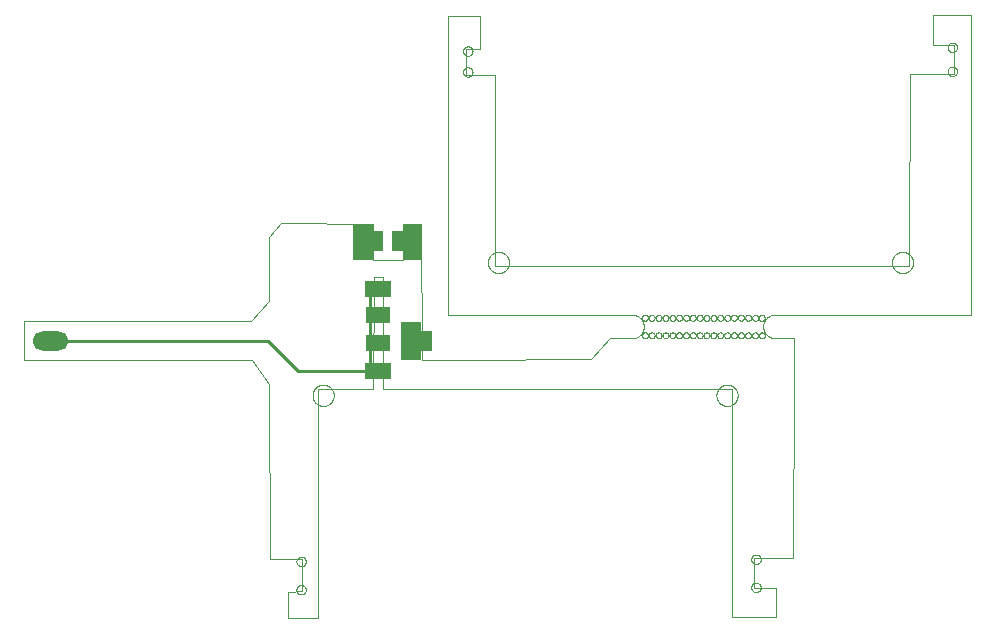
<source format=gtl>
G75*
%MOIN*%
%OFA0B0*%
%FSLAX25Y25*%
%IPPOS*%
%LPD*%
%AMOC8*
5,1,8,0,0,1.08239X$1,22.5*
%
%ADD10C,0.00004*%
%ADD11R,0.08538X0.05255*%
%ADD12R,0.08398X0.05255*%
%ADD13R,0.08455X0.05255*%
%ADD14R,0.05054X0.06691*%
%ADD15C,0.00000*%
%ADD16R,0.05930X0.12004*%
%ADD17R,0.06604X0.12258*%
%ADD18R,0.06693X0.12558*%
%ADD19C,0.06693*%
%ADD20R,0.07087X0.07087*%
%ADD21C,0.00984*%
D10*
X0083202Y0020583D02*
X0082929Y0078890D01*
X0076986Y0087044D01*
X0001002Y0086874D01*
X0001104Y0100001D01*
X0057883Y0099830D01*
X0076830Y0099977D01*
X0082822Y0106478D01*
X0082821Y0106477D02*
X0082847Y0127998D01*
X0086616Y0132487D01*
X0117286Y0132430D01*
X0117286Y0120173D01*
X0127589Y0120173D01*
X0127589Y0132178D01*
X0133527Y0132182D01*
X0133615Y0087052D01*
X0145636Y0087052D01*
X0145628Y0087052D02*
X0190098Y0087145D01*
X0196507Y0094247D01*
X0196508Y0094248D02*
X0203733Y0094192D01*
X0203722Y0094193D02*
X0203847Y0094194D01*
X0203972Y0094198D01*
X0204096Y0094206D01*
X0204220Y0094218D01*
X0204344Y0094234D01*
X0204467Y0094254D01*
X0204590Y0094278D01*
X0204712Y0094306D01*
X0204832Y0094337D01*
X0204952Y0094373D01*
X0205071Y0094412D01*
X0205188Y0094455D01*
X0205304Y0094502D01*
X0205418Y0094552D01*
X0205530Y0094606D01*
X0205641Y0094663D01*
X0205750Y0094724D01*
X0205857Y0094789D01*
X0205962Y0094856D01*
X0206065Y0094927D01*
X0206165Y0095002D01*
X0206263Y0095079D01*
X0206359Y0095159D01*
X0206451Y0095243D01*
X0206542Y0095329D01*
X0206629Y0095418D01*
X0206713Y0095510D01*
X0206795Y0095605D01*
X0206873Y0095702D01*
X0206949Y0095801D01*
X0207021Y0095903D01*
X0207090Y0096007D01*
X0207156Y0096113D01*
X0207218Y0096222D01*
X0207276Y0096332D01*
X0207332Y0096444D01*
X0207383Y0096557D01*
X0207431Y0096673D01*
X0207476Y0096789D01*
X0207516Y0096907D01*
X0207553Y0097027D01*
X0207586Y0097147D01*
X0207615Y0097268D01*
X0207640Y0097391D01*
X0207662Y0097514D01*
X0207679Y0097637D01*
X0207693Y0097761D01*
X0207703Y0097886D01*
X0207708Y0098011D01*
X0207710Y0098135D01*
X0207708Y0098260D01*
X0207702Y0098385D01*
X0207691Y0098509D01*
X0207677Y0098633D01*
X0207659Y0098757D01*
X0207637Y0098880D01*
X0207611Y0099002D01*
X0207582Y0099123D01*
X0207548Y0099243D01*
X0207511Y0099362D01*
X0207470Y0099480D01*
X0207425Y0099597D01*
X0207377Y0099712D01*
X0207325Y0099825D01*
X0207269Y0099937D01*
X0207210Y0100047D01*
X0207147Y0100155D01*
X0207081Y0100261D01*
X0207012Y0100365D01*
X0206939Y0100466D01*
X0206863Y0100565D01*
X0206784Y0100662D01*
X0206702Y0100756D01*
X0206617Y0100848D01*
X0206530Y0100937D01*
X0206439Y0101023D01*
X0206346Y0101106D01*
X0206250Y0101186D01*
X0206152Y0101263D01*
X0206051Y0101336D01*
X0205948Y0101407D01*
X0205843Y0101474D01*
X0205736Y0101538D01*
X0205627Y0101599D01*
X0205515Y0101656D01*
X0205403Y0101709D01*
X0205288Y0101759D01*
X0205172Y0101805D01*
X0205055Y0101847D01*
X0204936Y0101886D01*
X0204816Y0101921D01*
X0204695Y0101952D01*
X0204574Y0101979D01*
X0204451Y0102003D01*
X0204328Y0102022D01*
X0204204Y0102038D01*
X0204079Y0102049D01*
X0203955Y0102057D01*
X0203830Y0102061D01*
X0203829Y0102061D02*
X0196604Y0102117D01*
X0196568Y0102134D02*
X0142406Y0101948D01*
X0142406Y0125596D01*
X0142406Y0125595D02*
X0142385Y0184594D01*
X0142386Y0184588D02*
X0142386Y0201767D01*
X0153159Y0201767D01*
X0153041Y0190643D01*
X0148398Y0190525D01*
X0148516Y0181988D01*
X0158152Y0182106D01*
X0158154Y0182107D02*
X0158154Y0123176D01*
X0158153Y0123173D02*
X0158155Y0118265D01*
X0296118Y0118192D01*
X0296118Y0123717D01*
X0296119Y0123709D02*
X0296275Y0182335D01*
X0296277Y0182334D02*
X0311137Y0182319D01*
X0311162Y0191943D01*
X0304131Y0191959D01*
X0303989Y0201995D01*
X0316758Y0202023D01*
X0316763Y0202021D02*
X0316710Y0125987D01*
X0316710Y0125994D02*
X0316712Y0102071D01*
X0296116Y0102005D01*
X0254636Y0102060D01*
X0254643Y0102059D02*
X0251257Y0102059D01*
X0251263Y0102061D02*
X0251139Y0102054D01*
X0251016Y0102044D01*
X0250892Y0102030D01*
X0250770Y0102012D01*
X0250648Y0101990D01*
X0250527Y0101965D01*
X0250406Y0101935D01*
X0250287Y0101902D01*
X0250169Y0101864D01*
X0250052Y0101824D01*
X0249936Y0101779D01*
X0249822Y0101731D01*
X0249709Y0101679D01*
X0249598Y0101624D01*
X0249489Y0101565D01*
X0249382Y0101503D01*
X0249277Y0101437D01*
X0249174Y0101368D01*
X0249073Y0101296D01*
X0248975Y0101220D01*
X0248879Y0101142D01*
X0248785Y0101061D01*
X0248694Y0100976D01*
X0248606Y0100889D01*
X0248521Y0100799D01*
X0248439Y0100706D01*
X0248359Y0100611D01*
X0248283Y0100514D01*
X0248210Y0100414D01*
X0248140Y0100311D01*
X0248073Y0100207D01*
X0248010Y0100100D01*
X0247950Y0099992D01*
X0247893Y0099882D01*
X0247840Y0099769D01*
X0247791Y0099656D01*
X0247745Y0099541D01*
X0247703Y0099424D01*
X0247665Y0099306D01*
X0247630Y0099187D01*
X0247599Y0099067D01*
X0247573Y0098946D01*
X0247549Y0098824D01*
X0247530Y0098702D01*
X0247515Y0098579D01*
X0247503Y0098455D01*
X0247496Y0098332D01*
X0247492Y0098208D01*
X0247493Y0098084D01*
X0247497Y0097960D01*
X0247505Y0097836D01*
X0247517Y0097713D01*
X0247533Y0097590D01*
X0247553Y0097468D01*
X0247577Y0097346D01*
X0247605Y0097225D01*
X0247636Y0097105D01*
X0247671Y0096987D01*
X0247710Y0096869D01*
X0247753Y0096753D01*
X0247800Y0096638D01*
X0247850Y0096524D01*
X0247903Y0096412D01*
X0247960Y0096302D01*
X0248021Y0096194D01*
X0248085Y0096088D01*
X0248152Y0095984D01*
X0248223Y0095882D01*
X0248297Y0095783D01*
X0248373Y0095685D01*
X0248453Y0095591D01*
X0248536Y0095499D01*
X0248622Y0095409D01*
X0248711Y0095322D01*
X0248802Y0095239D01*
X0248896Y0095158D01*
X0248992Y0095080D01*
X0249091Y0095005D01*
X0249192Y0094933D01*
X0249296Y0094865D01*
X0249401Y0094800D01*
X0249509Y0094738D01*
X0249618Y0094680D01*
X0249729Y0094625D01*
X0249842Y0094574D01*
X0249957Y0094527D01*
X0250073Y0094483D01*
X0250190Y0094443D01*
X0250308Y0094406D01*
X0250428Y0094373D01*
X0250548Y0094345D01*
X0250670Y0094319D01*
X0250792Y0094298D01*
X0250915Y0094281D01*
X0251038Y0094268D01*
X0251161Y0094258D01*
X0251285Y0094253D01*
X0251409Y0094251D01*
X0251533Y0094253D01*
X0251521Y0094254D02*
X0257655Y0094249D01*
X0257706Y0079975D01*
X0257703Y0079986D02*
X0257429Y0020926D01*
X0257427Y0020927D02*
X0244592Y0020943D01*
X0244592Y0011089D01*
X0251623Y0011073D01*
X0251623Y0001463D01*
X0236945Y0001293D01*
X0236941Y0001295D02*
X0236993Y0077329D01*
X0120608Y0077334D01*
X0120711Y0114690D01*
X0117694Y0114722D01*
X0117591Y0077373D01*
X0117313Y0077373D01*
X0099266Y0077292D01*
X0099089Y0018293D01*
X0099088Y0018299D02*
X0099088Y0001120D01*
X0089221Y0001002D01*
X0089221Y0009761D01*
X0093864Y0009879D01*
X0093864Y0020584D01*
X0083205Y0020584D01*
D11*
X0119174Y0083329D03*
X0119086Y0110551D03*
D12*
X0119104Y0101891D03*
D13*
X0119132Y0092598D03*
D14*
X0009973Y0093464D03*
D15*
X0097271Y0075187D02*
X0097273Y0075305D01*
X0097279Y0075424D01*
X0097289Y0075542D01*
X0097303Y0075659D01*
X0097320Y0075776D01*
X0097342Y0075893D01*
X0097368Y0076008D01*
X0097397Y0076123D01*
X0097430Y0076237D01*
X0097467Y0076349D01*
X0097508Y0076460D01*
X0097552Y0076570D01*
X0097600Y0076678D01*
X0097652Y0076785D01*
X0097707Y0076890D01*
X0097766Y0076993D01*
X0097828Y0077093D01*
X0097893Y0077192D01*
X0097962Y0077289D01*
X0098033Y0077383D01*
X0098108Y0077474D01*
X0098186Y0077564D01*
X0098267Y0077650D01*
X0098351Y0077734D01*
X0098437Y0077815D01*
X0098527Y0077893D01*
X0098618Y0077968D01*
X0098712Y0078039D01*
X0098809Y0078108D01*
X0098908Y0078173D01*
X0099008Y0078235D01*
X0099111Y0078294D01*
X0099216Y0078349D01*
X0099323Y0078401D01*
X0099431Y0078449D01*
X0099541Y0078493D01*
X0099652Y0078534D01*
X0099764Y0078571D01*
X0099878Y0078604D01*
X0099993Y0078633D01*
X0100108Y0078659D01*
X0100225Y0078681D01*
X0100342Y0078698D01*
X0100459Y0078712D01*
X0100577Y0078722D01*
X0100696Y0078728D01*
X0100814Y0078730D01*
X0100932Y0078728D01*
X0101051Y0078722D01*
X0101169Y0078712D01*
X0101286Y0078698D01*
X0101403Y0078681D01*
X0101520Y0078659D01*
X0101635Y0078633D01*
X0101750Y0078604D01*
X0101864Y0078571D01*
X0101976Y0078534D01*
X0102087Y0078493D01*
X0102197Y0078449D01*
X0102305Y0078401D01*
X0102412Y0078349D01*
X0102517Y0078294D01*
X0102620Y0078235D01*
X0102720Y0078173D01*
X0102819Y0078108D01*
X0102916Y0078039D01*
X0103010Y0077968D01*
X0103101Y0077893D01*
X0103191Y0077815D01*
X0103277Y0077734D01*
X0103361Y0077650D01*
X0103442Y0077564D01*
X0103520Y0077474D01*
X0103595Y0077383D01*
X0103666Y0077289D01*
X0103735Y0077192D01*
X0103800Y0077093D01*
X0103862Y0076993D01*
X0103921Y0076890D01*
X0103976Y0076785D01*
X0104028Y0076678D01*
X0104076Y0076570D01*
X0104120Y0076460D01*
X0104161Y0076349D01*
X0104198Y0076237D01*
X0104231Y0076123D01*
X0104260Y0076008D01*
X0104286Y0075893D01*
X0104308Y0075776D01*
X0104325Y0075659D01*
X0104339Y0075542D01*
X0104349Y0075424D01*
X0104355Y0075305D01*
X0104357Y0075187D01*
X0104355Y0075069D01*
X0104349Y0074950D01*
X0104339Y0074832D01*
X0104325Y0074715D01*
X0104308Y0074598D01*
X0104286Y0074481D01*
X0104260Y0074366D01*
X0104231Y0074251D01*
X0104198Y0074137D01*
X0104161Y0074025D01*
X0104120Y0073914D01*
X0104076Y0073804D01*
X0104028Y0073696D01*
X0103976Y0073589D01*
X0103921Y0073484D01*
X0103862Y0073381D01*
X0103800Y0073281D01*
X0103735Y0073182D01*
X0103666Y0073085D01*
X0103595Y0072991D01*
X0103520Y0072900D01*
X0103442Y0072810D01*
X0103361Y0072724D01*
X0103277Y0072640D01*
X0103191Y0072559D01*
X0103101Y0072481D01*
X0103010Y0072406D01*
X0102916Y0072335D01*
X0102819Y0072266D01*
X0102720Y0072201D01*
X0102620Y0072139D01*
X0102517Y0072080D01*
X0102412Y0072025D01*
X0102305Y0071973D01*
X0102197Y0071925D01*
X0102087Y0071881D01*
X0101976Y0071840D01*
X0101864Y0071803D01*
X0101750Y0071770D01*
X0101635Y0071741D01*
X0101520Y0071715D01*
X0101403Y0071693D01*
X0101286Y0071676D01*
X0101169Y0071662D01*
X0101051Y0071652D01*
X0100932Y0071646D01*
X0100814Y0071644D01*
X0100696Y0071646D01*
X0100577Y0071652D01*
X0100459Y0071662D01*
X0100342Y0071676D01*
X0100225Y0071693D01*
X0100108Y0071715D01*
X0099993Y0071741D01*
X0099878Y0071770D01*
X0099764Y0071803D01*
X0099652Y0071840D01*
X0099541Y0071881D01*
X0099431Y0071925D01*
X0099323Y0071973D01*
X0099216Y0072025D01*
X0099111Y0072080D01*
X0099008Y0072139D01*
X0098908Y0072201D01*
X0098809Y0072266D01*
X0098712Y0072335D01*
X0098618Y0072406D01*
X0098527Y0072481D01*
X0098437Y0072559D01*
X0098351Y0072640D01*
X0098267Y0072724D01*
X0098186Y0072810D01*
X0098108Y0072900D01*
X0098033Y0072991D01*
X0097962Y0073085D01*
X0097893Y0073182D01*
X0097828Y0073281D01*
X0097766Y0073381D01*
X0097707Y0073484D01*
X0097652Y0073589D01*
X0097600Y0073696D01*
X0097552Y0073804D01*
X0097508Y0073914D01*
X0097467Y0074025D01*
X0097430Y0074137D01*
X0097397Y0074251D01*
X0097368Y0074366D01*
X0097342Y0074481D01*
X0097320Y0074598D01*
X0097303Y0074715D01*
X0097289Y0074832D01*
X0097279Y0074950D01*
X0097273Y0075069D01*
X0097271Y0075187D01*
X0155735Y0119478D02*
X0155737Y0119596D01*
X0155743Y0119715D01*
X0155753Y0119833D01*
X0155767Y0119950D01*
X0155784Y0120067D01*
X0155806Y0120184D01*
X0155832Y0120299D01*
X0155861Y0120414D01*
X0155894Y0120528D01*
X0155931Y0120640D01*
X0155972Y0120751D01*
X0156016Y0120861D01*
X0156064Y0120969D01*
X0156116Y0121076D01*
X0156171Y0121181D01*
X0156230Y0121284D01*
X0156292Y0121384D01*
X0156357Y0121483D01*
X0156426Y0121580D01*
X0156497Y0121674D01*
X0156572Y0121765D01*
X0156650Y0121855D01*
X0156731Y0121941D01*
X0156815Y0122025D01*
X0156901Y0122106D01*
X0156991Y0122184D01*
X0157082Y0122259D01*
X0157176Y0122330D01*
X0157273Y0122399D01*
X0157372Y0122464D01*
X0157472Y0122526D01*
X0157575Y0122585D01*
X0157680Y0122640D01*
X0157787Y0122692D01*
X0157895Y0122740D01*
X0158005Y0122784D01*
X0158116Y0122825D01*
X0158228Y0122862D01*
X0158342Y0122895D01*
X0158457Y0122924D01*
X0158572Y0122950D01*
X0158689Y0122972D01*
X0158806Y0122989D01*
X0158923Y0123003D01*
X0159041Y0123013D01*
X0159160Y0123019D01*
X0159278Y0123021D01*
X0159396Y0123019D01*
X0159515Y0123013D01*
X0159633Y0123003D01*
X0159750Y0122989D01*
X0159867Y0122972D01*
X0159984Y0122950D01*
X0160099Y0122924D01*
X0160214Y0122895D01*
X0160328Y0122862D01*
X0160440Y0122825D01*
X0160551Y0122784D01*
X0160661Y0122740D01*
X0160769Y0122692D01*
X0160876Y0122640D01*
X0160981Y0122585D01*
X0161084Y0122526D01*
X0161184Y0122464D01*
X0161283Y0122399D01*
X0161380Y0122330D01*
X0161474Y0122259D01*
X0161565Y0122184D01*
X0161655Y0122106D01*
X0161741Y0122025D01*
X0161825Y0121941D01*
X0161906Y0121855D01*
X0161984Y0121765D01*
X0162059Y0121674D01*
X0162130Y0121580D01*
X0162199Y0121483D01*
X0162264Y0121384D01*
X0162326Y0121284D01*
X0162385Y0121181D01*
X0162440Y0121076D01*
X0162492Y0120969D01*
X0162540Y0120861D01*
X0162584Y0120751D01*
X0162625Y0120640D01*
X0162662Y0120528D01*
X0162695Y0120414D01*
X0162724Y0120299D01*
X0162750Y0120184D01*
X0162772Y0120067D01*
X0162789Y0119950D01*
X0162803Y0119833D01*
X0162813Y0119715D01*
X0162819Y0119596D01*
X0162821Y0119478D01*
X0162819Y0119360D01*
X0162813Y0119241D01*
X0162803Y0119123D01*
X0162789Y0119006D01*
X0162772Y0118889D01*
X0162750Y0118772D01*
X0162724Y0118657D01*
X0162695Y0118542D01*
X0162662Y0118428D01*
X0162625Y0118316D01*
X0162584Y0118205D01*
X0162540Y0118095D01*
X0162492Y0117987D01*
X0162440Y0117880D01*
X0162385Y0117775D01*
X0162326Y0117672D01*
X0162264Y0117572D01*
X0162199Y0117473D01*
X0162130Y0117376D01*
X0162059Y0117282D01*
X0161984Y0117191D01*
X0161906Y0117101D01*
X0161825Y0117015D01*
X0161741Y0116931D01*
X0161655Y0116850D01*
X0161565Y0116772D01*
X0161474Y0116697D01*
X0161380Y0116626D01*
X0161283Y0116557D01*
X0161184Y0116492D01*
X0161084Y0116430D01*
X0160981Y0116371D01*
X0160876Y0116316D01*
X0160769Y0116264D01*
X0160661Y0116216D01*
X0160551Y0116172D01*
X0160440Y0116131D01*
X0160328Y0116094D01*
X0160214Y0116061D01*
X0160099Y0116032D01*
X0159984Y0116006D01*
X0159867Y0115984D01*
X0159750Y0115967D01*
X0159633Y0115953D01*
X0159515Y0115943D01*
X0159396Y0115937D01*
X0159278Y0115935D01*
X0159160Y0115937D01*
X0159041Y0115943D01*
X0158923Y0115953D01*
X0158806Y0115967D01*
X0158689Y0115984D01*
X0158572Y0116006D01*
X0158457Y0116032D01*
X0158342Y0116061D01*
X0158228Y0116094D01*
X0158116Y0116131D01*
X0158005Y0116172D01*
X0157895Y0116216D01*
X0157787Y0116264D01*
X0157680Y0116316D01*
X0157575Y0116371D01*
X0157472Y0116430D01*
X0157372Y0116492D01*
X0157273Y0116557D01*
X0157176Y0116626D01*
X0157082Y0116697D01*
X0156991Y0116772D01*
X0156901Y0116850D01*
X0156815Y0116931D01*
X0156731Y0117015D01*
X0156650Y0117101D01*
X0156572Y0117191D01*
X0156497Y0117282D01*
X0156426Y0117376D01*
X0156357Y0117473D01*
X0156292Y0117572D01*
X0156230Y0117672D01*
X0156171Y0117775D01*
X0156116Y0117880D01*
X0156064Y0117987D01*
X0156016Y0118095D01*
X0155972Y0118205D01*
X0155931Y0118316D01*
X0155894Y0118428D01*
X0155861Y0118542D01*
X0155832Y0118657D01*
X0155806Y0118772D01*
X0155784Y0118889D01*
X0155767Y0119006D01*
X0155753Y0119123D01*
X0155743Y0119241D01*
X0155737Y0119360D01*
X0155735Y0119478D01*
X0207091Y0101027D02*
X0207093Y0101089D01*
X0207099Y0101152D01*
X0207109Y0101213D01*
X0207123Y0101274D01*
X0207140Y0101334D01*
X0207161Y0101393D01*
X0207187Y0101450D01*
X0207215Y0101505D01*
X0207247Y0101559D01*
X0207283Y0101610D01*
X0207321Y0101660D01*
X0207363Y0101706D01*
X0207407Y0101750D01*
X0207455Y0101791D01*
X0207504Y0101829D01*
X0207556Y0101863D01*
X0207610Y0101894D01*
X0207666Y0101922D01*
X0207724Y0101946D01*
X0207783Y0101967D01*
X0207843Y0101983D01*
X0207904Y0101996D01*
X0207966Y0102005D01*
X0208028Y0102010D01*
X0208091Y0102011D01*
X0208153Y0102008D01*
X0208215Y0102001D01*
X0208277Y0101990D01*
X0208337Y0101975D01*
X0208397Y0101957D01*
X0208455Y0101935D01*
X0208512Y0101909D01*
X0208567Y0101879D01*
X0208620Y0101846D01*
X0208671Y0101810D01*
X0208719Y0101771D01*
X0208765Y0101728D01*
X0208808Y0101683D01*
X0208848Y0101635D01*
X0208885Y0101585D01*
X0208919Y0101532D01*
X0208950Y0101478D01*
X0208976Y0101422D01*
X0209000Y0101364D01*
X0209019Y0101304D01*
X0209035Y0101244D01*
X0209047Y0101182D01*
X0209055Y0101121D01*
X0209059Y0101058D01*
X0209059Y0100996D01*
X0209055Y0100933D01*
X0209047Y0100872D01*
X0209035Y0100810D01*
X0209019Y0100750D01*
X0209000Y0100690D01*
X0208976Y0100632D01*
X0208950Y0100576D01*
X0208919Y0100522D01*
X0208885Y0100469D01*
X0208848Y0100419D01*
X0208808Y0100371D01*
X0208765Y0100326D01*
X0208719Y0100283D01*
X0208671Y0100244D01*
X0208620Y0100208D01*
X0208567Y0100175D01*
X0208512Y0100145D01*
X0208455Y0100119D01*
X0208397Y0100097D01*
X0208337Y0100079D01*
X0208277Y0100064D01*
X0208215Y0100053D01*
X0208153Y0100046D01*
X0208091Y0100043D01*
X0208028Y0100044D01*
X0207966Y0100049D01*
X0207904Y0100058D01*
X0207843Y0100071D01*
X0207783Y0100087D01*
X0207724Y0100108D01*
X0207666Y0100132D01*
X0207610Y0100160D01*
X0207556Y0100191D01*
X0207504Y0100225D01*
X0207455Y0100263D01*
X0207407Y0100304D01*
X0207363Y0100348D01*
X0207321Y0100394D01*
X0207283Y0100444D01*
X0207247Y0100495D01*
X0207215Y0100549D01*
X0207187Y0100604D01*
X0207161Y0100661D01*
X0207140Y0100720D01*
X0207123Y0100780D01*
X0207109Y0100841D01*
X0207099Y0100902D01*
X0207093Y0100965D01*
X0207091Y0101027D01*
X0209342Y0101027D02*
X0209344Y0101089D01*
X0209350Y0101152D01*
X0209360Y0101213D01*
X0209374Y0101274D01*
X0209391Y0101334D01*
X0209412Y0101393D01*
X0209438Y0101450D01*
X0209466Y0101505D01*
X0209498Y0101559D01*
X0209534Y0101610D01*
X0209572Y0101660D01*
X0209614Y0101706D01*
X0209658Y0101750D01*
X0209706Y0101791D01*
X0209755Y0101829D01*
X0209807Y0101863D01*
X0209861Y0101894D01*
X0209917Y0101922D01*
X0209975Y0101946D01*
X0210034Y0101967D01*
X0210094Y0101983D01*
X0210155Y0101996D01*
X0210217Y0102005D01*
X0210279Y0102010D01*
X0210342Y0102011D01*
X0210404Y0102008D01*
X0210466Y0102001D01*
X0210528Y0101990D01*
X0210588Y0101975D01*
X0210648Y0101957D01*
X0210706Y0101935D01*
X0210763Y0101909D01*
X0210818Y0101879D01*
X0210871Y0101846D01*
X0210922Y0101810D01*
X0210970Y0101771D01*
X0211016Y0101728D01*
X0211059Y0101683D01*
X0211099Y0101635D01*
X0211136Y0101585D01*
X0211170Y0101532D01*
X0211201Y0101478D01*
X0211227Y0101422D01*
X0211251Y0101364D01*
X0211270Y0101304D01*
X0211286Y0101244D01*
X0211298Y0101182D01*
X0211306Y0101121D01*
X0211310Y0101058D01*
X0211310Y0100996D01*
X0211306Y0100933D01*
X0211298Y0100872D01*
X0211286Y0100810D01*
X0211270Y0100750D01*
X0211251Y0100690D01*
X0211227Y0100632D01*
X0211201Y0100576D01*
X0211170Y0100522D01*
X0211136Y0100469D01*
X0211099Y0100419D01*
X0211059Y0100371D01*
X0211016Y0100326D01*
X0210970Y0100283D01*
X0210922Y0100244D01*
X0210871Y0100208D01*
X0210818Y0100175D01*
X0210763Y0100145D01*
X0210706Y0100119D01*
X0210648Y0100097D01*
X0210588Y0100079D01*
X0210528Y0100064D01*
X0210466Y0100053D01*
X0210404Y0100046D01*
X0210342Y0100043D01*
X0210279Y0100044D01*
X0210217Y0100049D01*
X0210155Y0100058D01*
X0210094Y0100071D01*
X0210034Y0100087D01*
X0209975Y0100108D01*
X0209917Y0100132D01*
X0209861Y0100160D01*
X0209807Y0100191D01*
X0209755Y0100225D01*
X0209706Y0100263D01*
X0209658Y0100304D01*
X0209614Y0100348D01*
X0209572Y0100394D01*
X0209534Y0100444D01*
X0209498Y0100495D01*
X0209466Y0100549D01*
X0209438Y0100604D01*
X0209412Y0100661D01*
X0209391Y0100720D01*
X0209374Y0100780D01*
X0209360Y0100841D01*
X0209350Y0100902D01*
X0209344Y0100965D01*
X0209342Y0101027D01*
X0211659Y0101027D02*
X0211661Y0101089D01*
X0211667Y0101152D01*
X0211677Y0101213D01*
X0211691Y0101274D01*
X0211708Y0101334D01*
X0211729Y0101393D01*
X0211755Y0101450D01*
X0211783Y0101505D01*
X0211815Y0101559D01*
X0211851Y0101610D01*
X0211889Y0101660D01*
X0211931Y0101706D01*
X0211975Y0101750D01*
X0212023Y0101791D01*
X0212072Y0101829D01*
X0212124Y0101863D01*
X0212178Y0101894D01*
X0212234Y0101922D01*
X0212292Y0101946D01*
X0212351Y0101967D01*
X0212411Y0101983D01*
X0212472Y0101996D01*
X0212534Y0102005D01*
X0212596Y0102010D01*
X0212659Y0102011D01*
X0212721Y0102008D01*
X0212783Y0102001D01*
X0212845Y0101990D01*
X0212905Y0101975D01*
X0212965Y0101957D01*
X0213023Y0101935D01*
X0213080Y0101909D01*
X0213135Y0101879D01*
X0213188Y0101846D01*
X0213239Y0101810D01*
X0213287Y0101771D01*
X0213333Y0101728D01*
X0213376Y0101683D01*
X0213416Y0101635D01*
X0213453Y0101585D01*
X0213487Y0101532D01*
X0213518Y0101478D01*
X0213544Y0101422D01*
X0213568Y0101364D01*
X0213587Y0101304D01*
X0213603Y0101244D01*
X0213615Y0101182D01*
X0213623Y0101121D01*
X0213627Y0101058D01*
X0213627Y0100996D01*
X0213623Y0100933D01*
X0213615Y0100872D01*
X0213603Y0100810D01*
X0213587Y0100750D01*
X0213568Y0100690D01*
X0213544Y0100632D01*
X0213518Y0100576D01*
X0213487Y0100522D01*
X0213453Y0100469D01*
X0213416Y0100419D01*
X0213376Y0100371D01*
X0213333Y0100326D01*
X0213287Y0100283D01*
X0213239Y0100244D01*
X0213188Y0100208D01*
X0213135Y0100175D01*
X0213080Y0100145D01*
X0213023Y0100119D01*
X0212965Y0100097D01*
X0212905Y0100079D01*
X0212845Y0100064D01*
X0212783Y0100053D01*
X0212721Y0100046D01*
X0212659Y0100043D01*
X0212596Y0100044D01*
X0212534Y0100049D01*
X0212472Y0100058D01*
X0212411Y0100071D01*
X0212351Y0100087D01*
X0212292Y0100108D01*
X0212234Y0100132D01*
X0212178Y0100160D01*
X0212124Y0100191D01*
X0212072Y0100225D01*
X0212023Y0100263D01*
X0211975Y0100304D01*
X0211931Y0100348D01*
X0211889Y0100394D01*
X0211851Y0100444D01*
X0211815Y0100495D01*
X0211783Y0100549D01*
X0211755Y0100604D01*
X0211729Y0100661D01*
X0211708Y0100720D01*
X0211691Y0100780D01*
X0211677Y0100841D01*
X0211667Y0100902D01*
X0211661Y0100965D01*
X0211659Y0101027D01*
X0213936Y0101027D02*
X0213938Y0101089D01*
X0213944Y0101152D01*
X0213954Y0101213D01*
X0213968Y0101274D01*
X0213985Y0101334D01*
X0214006Y0101393D01*
X0214032Y0101450D01*
X0214060Y0101505D01*
X0214092Y0101559D01*
X0214128Y0101610D01*
X0214166Y0101660D01*
X0214208Y0101706D01*
X0214252Y0101750D01*
X0214300Y0101791D01*
X0214349Y0101829D01*
X0214401Y0101863D01*
X0214455Y0101894D01*
X0214511Y0101922D01*
X0214569Y0101946D01*
X0214628Y0101967D01*
X0214688Y0101983D01*
X0214749Y0101996D01*
X0214811Y0102005D01*
X0214873Y0102010D01*
X0214936Y0102011D01*
X0214998Y0102008D01*
X0215060Y0102001D01*
X0215122Y0101990D01*
X0215182Y0101975D01*
X0215242Y0101957D01*
X0215300Y0101935D01*
X0215357Y0101909D01*
X0215412Y0101879D01*
X0215465Y0101846D01*
X0215516Y0101810D01*
X0215564Y0101771D01*
X0215610Y0101728D01*
X0215653Y0101683D01*
X0215693Y0101635D01*
X0215730Y0101585D01*
X0215764Y0101532D01*
X0215795Y0101478D01*
X0215821Y0101422D01*
X0215845Y0101364D01*
X0215864Y0101304D01*
X0215880Y0101244D01*
X0215892Y0101182D01*
X0215900Y0101121D01*
X0215904Y0101058D01*
X0215904Y0100996D01*
X0215900Y0100933D01*
X0215892Y0100872D01*
X0215880Y0100810D01*
X0215864Y0100750D01*
X0215845Y0100690D01*
X0215821Y0100632D01*
X0215795Y0100576D01*
X0215764Y0100522D01*
X0215730Y0100469D01*
X0215693Y0100419D01*
X0215653Y0100371D01*
X0215610Y0100326D01*
X0215564Y0100283D01*
X0215516Y0100244D01*
X0215465Y0100208D01*
X0215412Y0100175D01*
X0215357Y0100145D01*
X0215300Y0100119D01*
X0215242Y0100097D01*
X0215182Y0100079D01*
X0215122Y0100064D01*
X0215060Y0100053D01*
X0214998Y0100046D01*
X0214936Y0100043D01*
X0214873Y0100044D01*
X0214811Y0100049D01*
X0214749Y0100058D01*
X0214688Y0100071D01*
X0214628Y0100087D01*
X0214569Y0100108D01*
X0214511Y0100132D01*
X0214455Y0100160D01*
X0214401Y0100191D01*
X0214349Y0100225D01*
X0214300Y0100263D01*
X0214252Y0100304D01*
X0214208Y0100348D01*
X0214166Y0100394D01*
X0214128Y0100444D01*
X0214092Y0100495D01*
X0214060Y0100549D01*
X0214032Y0100604D01*
X0214006Y0100661D01*
X0213985Y0100720D01*
X0213968Y0100780D01*
X0213954Y0100841D01*
X0213944Y0100902D01*
X0213938Y0100965D01*
X0213936Y0101027D01*
X0216253Y0101027D02*
X0216255Y0101089D01*
X0216261Y0101152D01*
X0216271Y0101213D01*
X0216285Y0101274D01*
X0216302Y0101334D01*
X0216323Y0101393D01*
X0216349Y0101450D01*
X0216377Y0101505D01*
X0216409Y0101559D01*
X0216445Y0101610D01*
X0216483Y0101660D01*
X0216525Y0101706D01*
X0216569Y0101750D01*
X0216617Y0101791D01*
X0216666Y0101829D01*
X0216718Y0101863D01*
X0216772Y0101894D01*
X0216828Y0101922D01*
X0216886Y0101946D01*
X0216945Y0101967D01*
X0217005Y0101983D01*
X0217066Y0101996D01*
X0217128Y0102005D01*
X0217190Y0102010D01*
X0217253Y0102011D01*
X0217315Y0102008D01*
X0217377Y0102001D01*
X0217439Y0101990D01*
X0217499Y0101975D01*
X0217559Y0101957D01*
X0217617Y0101935D01*
X0217674Y0101909D01*
X0217729Y0101879D01*
X0217782Y0101846D01*
X0217833Y0101810D01*
X0217881Y0101771D01*
X0217927Y0101728D01*
X0217970Y0101683D01*
X0218010Y0101635D01*
X0218047Y0101585D01*
X0218081Y0101532D01*
X0218112Y0101478D01*
X0218138Y0101422D01*
X0218162Y0101364D01*
X0218181Y0101304D01*
X0218197Y0101244D01*
X0218209Y0101182D01*
X0218217Y0101121D01*
X0218221Y0101058D01*
X0218221Y0100996D01*
X0218217Y0100933D01*
X0218209Y0100872D01*
X0218197Y0100810D01*
X0218181Y0100750D01*
X0218162Y0100690D01*
X0218138Y0100632D01*
X0218112Y0100576D01*
X0218081Y0100522D01*
X0218047Y0100469D01*
X0218010Y0100419D01*
X0217970Y0100371D01*
X0217927Y0100326D01*
X0217881Y0100283D01*
X0217833Y0100244D01*
X0217782Y0100208D01*
X0217729Y0100175D01*
X0217674Y0100145D01*
X0217617Y0100119D01*
X0217559Y0100097D01*
X0217499Y0100079D01*
X0217439Y0100064D01*
X0217377Y0100053D01*
X0217315Y0100046D01*
X0217253Y0100043D01*
X0217190Y0100044D01*
X0217128Y0100049D01*
X0217066Y0100058D01*
X0217005Y0100071D01*
X0216945Y0100087D01*
X0216886Y0100108D01*
X0216828Y0100132D01*
X0216772Y0100160D01*
X0216718Y0100191D01*
X0216666Y0100225D01*
X0216617Y0100263D01*
X0216569Y0100304D01*
X0216525Y0100348D01*
X0216483Y0100394D01*
X0216445Y0100444D01*
X0216409Y0100495D01*
X0216377Y0100549D01*
X0216349Y0100604D01*
X0216323Y0100661D01*
X0216302Y0100720D01*
X0216285Y0100780D01*
X0216271Y0100841D01*
X0216261Y0100902D01*
X0216255Y0100965D01*
X0216253Y0101027D01*
X0218504Y0101027D02*
X0218506Y0101089D01*
X0218512Y0101152D01*
X0218522Y0101213D01*
X0218536Y0101274D01*
X0218553Y0101334D01*
X0218574Y0101393D01*
X0218600Y0101450D01*
X0218628Y0101505D01*
X0218660Y0101559D01*
X0218696Y0101610D01*
X0218734Y0101660D01*
X0218776Y0101706D01*
X0218820Y0101750D01*
X0218868Y0101791D01*
X0218917Y0101829D01*
X0218969Y0101863D01*
X0219023Y0101894D01*
X0219079Y0101922D01*
X0219137Y0101946D01*
X0219196Y0101967D01*
X0219256Y0101983D01*
X0219317Y0101996D01*
X0219379Y0102005D01*
X0219441Y0102010D01*
X0219504Y0102011D01*
X0219566Y0102008D01*
X0219628Y0102001D01*
X0219690Y0101990D01*
X0219750Y0101975D01*
X0219810Y0101957D01*
X0219868Y0101935D01*
X0219925Y0101909D01*
X0219980Y0101879D01*
X0220033Y0101846D01*
X0220084Y0101810D01*
X0220132Y0101771D01*
X0220178Y0101728D01*
X0220221Y0101683D01*
X0220261Y0101635D01*
X0220298Y0101585D01*
X0220332Y0101532D01*
X0220363Y0101478D01*
X0220389Y0101422D01*
X0220413Y0101364D01*
X0220432Y0101304D01*
X0220448Y0101244D01*
X0220460Y0101182D01*
X0220468Y0101121D01*
X0220472Y0101058D01*
X0220472Y0100996D01*
X0220468Y0100933D01*
X0220460Y0100872D01*
X0220448Y0100810D01*
X0220432Y0100750D01*
X0220413Y0100690D01*
X0220389Y0100632D01*
X0220363Y0100576D01*
X0220332Y0100522D01*
X0220298Y0100469D01*
X0220261Y0100419D01*
X0220221Y0100371D01*
X0220178Y0100326D01*
X0220132Y0100283D01*
X0220084Y0100244D01*
X0220033Y0100208D01*
X0219980Y0100175D01*
X0219925Y0100145D01*
X0219868Y0100119D01*
X0219810Y0100097D01*
X0219750Y0100079D01*
X0219690Y0100064D01*
X0219628Y0100053D01*
X0219566Y0100046D01*
X0219504Y0100043D01*
X0219441Y0100044D01*
X0219379Y0100049D01*
X0219317Y0100058D01*
X0219256Y0100071D01*
X0219196Y0100087D01*
X0219137Y0100108D01*
X0219079Y0100132D01*
X0219023Y0100160D01*
X0218969Y0100191D01*
X0218917Y0100225D01*
X0218868Y0100263D01*
X0218820Y0100304D01*
X0218776Y0100348D01*
X0218734Y0100394D01*
X0218696Y0100444D01*
X0218660Y0100495D01*
X0218628Y0100549D01*
X0218600Y0100604D01*
X0218574Y0100661D01*
X0218553Y0100720D01*
X0218536Y0100780D01*
X0218522Y0100841D01*
X0218512Y0100902D01*
X0218506Y0100965D01*
X0218504Y0101027D01*
X0220820Y0101027D02*
X0220822Y0101089D01*
X0220828Y0101152D01*
X0220838Y0101213D01*
X0220852Y0101274D01*
X0220869Y0101334D01*
X0220890Y0101393D01*
X0220916Y0101450D01*
X0220944Y0101505D01*
X0220976Y0101559D01*
X0221012Y0101610D01*
X0221050Y0101660D01*
X0221092Y0101706D01*
X0221136Y0101750D01*
X0221184Y0101791D01*
X0221233Y0101829D01*
X0221285Y0101863D01*
X0221339Y0101894D01*
X0221395Y0101922D01*
X0221453Y0101946D01*
X0221512Y0101967D01*
X0221572Y0101983D01*
X0221633Y0101996D01*
X0221695Y0102005D01*
X0221757Y0102010D01*
X0221820Y0102011D01*
X0221882Y0102008D01*
X0221944Y0102001D01*
X0222006Y0101990D01*
X0222066Y0101975D01*
X0222126Y0101957D01*
X0222184Y0101935D01*
X0222241Y0101909D01*
X0222296Y0101879D01*
X0222349Y0101846D01*
X0222400Y0101810D01*
X0222448Y0101771D01*
X0222494Y0101728D01*
X0222537Y0101683D01*
X0222577Y0101635D01*
X0222614Y0101585D01*
X0222648Y0101532D01*
X0222679Y0101478D01*
X0222705Y0101422D01*
X0222729Y0101364D01*
X0222748Y0101304D01*
X0222764Y0101244D01*
X0222776Y0101182D01*
X0222784Y0101121D01*
X0222788Y0101058D01*
X0222788Y0100996D01*
X0222784Y0100933D01*
X0222776Y0100872D01*
X0222764Y0100810D01*
X0222748Y0100750D01*
X0222729Y0100690D01*
X0222705Y0100632D01*
X0222679Y0100576D01*
X0222648Y0100522D01*
X0222614Y0100469D01*
X0222577Y0100419D01*
X0222537Y0100371D01*
X0222494Y0100326D01*
X0222448Y0100283D01*
X0222400Y0100244D01*
X0222349Y0100208D01*
X0222296Y0100175D01*
X0222241Y0100145D01*
X0222184Y0100119D01*
X0222126Y0100097D01*
X0222066Y0100079D01*
X0222006Y0100064D01*
X0221944Y0100053D01*
X0221882Y0100046D01*
X0221820Y0100043D01*
X0221757Y0100044D01*
X0221695Y0100049D01*
X0221633Y0100058D01*
X0221572Y0100071D01*
X0221512Y0100087D01*
X0221453Y0100108D01*
X0221395Y0100132D01*
X0221339Y0100160D01*
X0221285Y0100191D01*
X0221233Y0100225D01*
X0221184Y0100263D01*
X0221136Y0100304D01*
X0221092Y0100348D01*
X0221050Y0100394D01*
X0221012Y0100444D01*
X0220976Y0100495D01*
X0220944Y0100549D01*
X0220916Y0100604D01*
X0220890Y0100661D01*
X0220869Y0100720D01*
X0220852Y0100780D01*
X0220838Y0100841D01*
X0220828Y0100902D01*
X0220822Y0100965D01*
X0220820Y0101027D01*
X0223046Y0101023D02*
X0223048Y0101085D01*
X0223054Y0101148D01*
X0223064Y0101209D01*
X0223078Y0101270D01*
X0223095Y0101330D01*
X0223116Y0101389D01*
X0223142Y0101446D01*
X0223170Y0101501D01*
X0223202Y0101555D01*
X0223238Y0101606D01*
X0223276Y0101656D01*
X0223318Y0101702D01*
X0223362Y0101746D01*
X0223410Y0101787D01*
X0223459Y0101825D01*
X0223511Y0101859D01*
X0223565Y0101890D01*
X0223621Y0101918D01*
X0223679Y0101942D01*
X0223738Y0101963D01*
X0223798Y0101979D01*
X0223859Y0101992D01*
X0223921Y0102001D01*
X0223983Y0102006D01*
X0224046Y0102007D01*
X0224108Y0102004D01*
X0224170Y0101997D01*
X0224232Y0101986D01*
X0224292Y0101971D01*
X0224352Y0101953D01*
X0224410Y0101931D01*
X0224467Y0101905D01*
X0224522Y0101875D01*
X0224575Y0101842D01*
X0224626Y0101806D01*
X0224674Y0101767D01*
X0224720Y0101724D01*
X0224763Y0101679D01*
X0224803Y0101631D01*
X0224840Y0101581D01*
X0224874Y0101528D01*
X0224905Y0101474D01*
X0224931Y0101418D01*
X0224955Y0101360D01*
X0224974Y0101300D01*
X0224990Y0101240D01*
X0225002Y0101178D01*
X0225010Y0101117D01*
X0225014Y0101054D01*
X0225014Y0100992D01*
X0225010Y0100929D01*
X0225002Y0100868D01*
X0224990Y0100806D01*
X0224974Y0100746D01*
X0224955Y0100686D01*
X0224931Y0100628D01*
X0224905Y0100572D01*
X0224874Y0100518D01*
X0224840Y0100465D01*
X0224803Y0100415D01*
X0224763Y0100367D01*
X0224720Y0100322D01*
X0224674Y0100279D01*
X0224626Y0100240D01*
X0224575Y0100204D01*
X0224522Y0100171D01*
X0224467Y0100141D01*
X0224410Y0100115D01*
X0224352Y0100093D01*
X0224292Y0100075D01*
X0224232Y0100060D01*
X0224170Y0100049D01*
X0224108Y0100042D01*
X0224046Y0100039D01*
X0223983Y0100040D01*
X0223921Y0100045D01*
X0223859Y0100054D01*
X0223798Y0100067D01*
X0223738Y0100083D01*
X0223679Y0100104D01*
X0223621Y0100128D01*
X0223565Y0100156D01*
X0223511Y0100187D01*
X0223459Y0100221D01*
X0223410Y0100259D01*
X0223362Y0100300D01*
X0223318Y0100344D01*
X0223276Y0100390D01*
X0223238Y0100440D01*
X0223202Y0100491D01*
X0223170Y0100545D01*
X0223142Y0100600D01*
X0223116Y0100657D01*
X0223095Y0100716D01*
X0223078Y0100776D01*
X0223064Y0100837D01*
X0223054Y0100898D01*
X0223048Y0100961D01*
X0223046Y0101023D01*
X0225363Y0101023D02*
X0225365Y0101085D01*
X0225371Y0101148D01*
X0225381Y0101209D01*
X0225395Y0101270D01*
X0225412Y0101330D01*
X0225433Y0101389D01*
X0225459Y0101446D01*
X0225487Y0101501D01*
X0225519Y0101555D01*
X0225555Y0101606D01*
X0225593Y0101656D01*
X0225635Y0101702D01*
X0225679Y0101746D01*
X0225727Y0101787D01*
X0225776Y0101825D01*
X0225828Y0101859D01*
X0225882Y0101890D01*
X0225938Y0101918D01*
X0225996Y0101942D01*
X0226055Y0101963D01*
X0226115Y0101979D01*
X0226176Y0101992D01*
X0226238Y0102001D01*
X0226300Y0102006D01*
X0226363Y0102007D01*
X0226425Y0102004D01*
X0226487Y0101997D01*
X0226549Y0101986D01*
X0226609Y0101971D01*
X0226669Y0101953D01*
X0226727Y0101931D01*
X0226784Y0101905D01*
X0226839Y0101875D01*
X0226892Y0101842D01*
X0226943Y0101806D01*
X0226991Y0101767D01*
X0227037Y0101724D01*
X0227080Y0101679D01*
X0227120Y0101631D01*
X0227157Y0101581D01*
X0227191Y0101528D01*
X0227222Y0101474D01*
X0227248Y0101418D01*
X0227272Y0101360D01*
X0227291Y0101300D01*
X0227307Y0101240D01*
X0227319Y0101178D01*
X0227327Y0101117D01*
X0227331Y0101054D01*
X0227331Y0100992D01*
X0227327Y0100929D01*
X0227319Y0100868D01*
X0227307Y0100806D01*
X0227291Y0100746D01*
X0227272Y0100686D01*
X0227248Y0100628D01*
X0227222Y0100572D01*
X0227191Y0100518D01*
X0227157Y0100465D01*
X0227120Y0100415D01*
X0227080Y0100367D01*
X0227037Y0100322D01*
X0226991Y0100279D01*
X0226943Y0100240D01*
X0226892Y0100204D01*
X0226839Y0100171D01*
X0226784Y0100141D01*
X0226727Y0100115D01*
X0226669Y0100093D01*
X0226609Y0100075D01*
X0226549Y0100060D01*
X0226487Y0100049D01*
X0226425Y0100042D01*
X0226363Y0100039D01*
X0226300Y0100040D01*
X0226238Y0100045D01*
X0226176Y0100054D01*
X0226115Y0100067D01*
X0226055Y0100083D01*
X0225996Y0100104D01*
X0225938Y0100128D01*
X0225882Y0100156D01*
X0225828Y0100187D01*
X0225776Y0100221D01*
X0225727Y0100259D01*
X0225679Y0100300D01*
X0225635Y0100344D01*
X0225593Y0100390D01*
X0225555Y0100440D01*
X0225519Y0100491D01*
X0225487Y0100545D01*
X0225459Y0100600D01*
X0225433Y0100657D01*
X0225412Y0100716D01*
X0225395Y0100776D01*
X0225381Y0100837D01*
X0225371Y0100898D01*
X0225365Y0100961D01*
X0225363Y0101023D01*
X0227614Y0101023D02*
X0227616Y0101085D01*
X0227622Y0101148D01*
X0227632Y0101209D01*
X0227646Y0101270D01*
X0227663Y0101330D01*
X0227684Y0101389D01*
X0227710Y0101446D01*
X0227738Y0101501D01*
X0227770Y0101555D01*
X0227806Y0101606D01*
X0227844Y0101656D01*
X0227886Y0101702D01*
X0227930Y0101746D01*
X0227978Y0101787D01*
X0228027Y0101825D01*
X0228079Y0101859D01*
X0228133Y0101890D01*
X0228189Y0101918D01*
X0228247Y0101942D01*
X0228306Y0101963D01*
X0228366Y0101979D01*
X0228427Y0101992D01*
X0228489Y0102001D01*
X0228551Y0102006D01*
X0228614Y0102007D01*
X0228676Y0102004D01*
X0228738Y0101997D01*
X0228800Y0101986D01*
X0228860Y0101971D01*
X0228920Y0101953D01*
X0228978Y0101931D01*
X0229035Y0101905D01*
X0229090Y0101875D01*
X0229143Y0101842D01*
X0229194Y0101806D01*
X0229242Y0101767D01*
X0229288Y0101724D01*
X0229331Y0101679D01*
X0229371Y0101631D01*
X0229408Y0101581D01*
X0229442Y0101528D01*
X0229473Y0101474D01*
X0229499Y0101418D01*
X0229523Y0101360D01*
X0229542Y0101300D01*
X0229558Y0101240D01*
X0229570Y0101178D01*
X0229578Y0101117D01*
X0229582Y0101054D01*
X0229582Y0100992D01*
X0229578Y0100929D01*
X0229570Y0100868D01*
X0229558Y0100806D01*
X0229542Y0100746D01*
X0229523Y0100686D01*
X0229499Y0100628D01*
X0229473Y0100572D01*
X0229442Y0100518D01*
X0229408Y0100465D01*
X0229371Y0100415D01*
X0229331Y0100367D01*
X0229288Y0100322D01*
X0229242Y0100279D01*
X0229194Y0100240D01*
X0229143Y0100204D01*
X0229090Y0100171D01*
X0229035Y0100141D01*
X0228978Y0100115D01*
X0228920Y0100093D01*
X0228860Y0100075D01*
X0228800Y0100060D01*
X0228738Y0100049D01*
X0228676Y0100042D01*
X0228614Y0100039D01*
X0228551Y0100040D01*
X0228489Y0100045D01*
X0228427Y0100054D01*
X0228366Y0100067D01*
X0228306Y0100083D01*
X0228247Y0100104D01*
X0228189Y0100128D01*
X0228133Y0100156D01*
X0228079Y0100187D01*
X0228027Y0100221D01*
X0227978Y0100259D01*
X0227930Y0100300D01*
X0227886Y0100344D01*
X0227844Y0100390D01*
X0227806Y0100440D01*
X0227770Y0100491D01*
X0227738Y0100545D01*
X0227710Y0100600D01*
X0227684Y0100657D01*
X0227663Y0100716D01*
X0227646Y0100776D01*
X0227632Y0100837D01*
X0227622Y0100898D01*
X0227616Y0100961D01*
X0227614Y0101023D01*
X0229931Y0101023D02*
X0229933Y0101085D01*
X0229939Y0101148D01*
X0229949Y0101209D01*
X0229963Y0101270D01*
X0229980Y0101330D01*
X0230001Y0101389D01*
X0230027Y0101446D01*
X0230055Y0101501D01*
X0230087Y0101555D01*
X0230123Y0101606D01*
X0230161Y0101656D01*
X0230203Y0101702D01*
X0230247Y0101746D01*
X0230295Y0101787D01*
X0230344Y0101825D01*
X0230396Y0101859D01*
X0230450Y0101890D01*
X0230506Y0101918D01*
X0230564Y0101942D01*
X0230623Y0101963D01*
X0230683Y0101979D01*
X0230744Y0101992D01*
X0230806Y0102001D01*
X0230868Y0102006D01*
X0230931Y0102007D01*
X0230993Y0102004D01*
X0231055Y0101997D01*
X0231117Y0101986D01*
X0231177Y0101971D01*
X0231237Y0101953D01*
X0231295Y0101931D01*
X0231352Y0101905D01*
X0231407Y0101875D01*
X0231460Y0101842D01*
X0231511Y0101806D01*
X0231559Y0101767D01*
X0231605Y0101724D01*
X0231648Y0101679D01*
X0231688Y0101631D01*
X0231725Y0101581D01*
X0231759Y0101528D01*
X0231790Y0101474D01*
X0231816Y0101418D01*
X0231840Y0101360D01*
X0231859Y0101300D01*
X0231875Y0101240D01*
X0231887Y0101178D01*
X0231895Y0101117D01*
X0231899Y0101054D01*
X0231899Y0100992D01*
X0231895Y0100929D01*
X0231887Y0100868D01*
X0231875Y0100806D01*
X0231859Y0100746D01*
X0231840Y0100686D01*
X0231816Y0100628D01*
X0231790Y0100572D01*
X0231759Y0100518D01*
X0231725Y0100465D01*
X0231688Y0100415D01*
X0231648Y0100367D01*
X0231605Y0100322D01*
X0231559Y0100279D01*
X0231511Y0100240D01*
X0231460Y0100204D01*
X0231407Y0100171D01*
X0231352Y0100141D01*
X0231295Y0100115D01*
X0231237Y0100093D01*
X0231177Y0100075D01*
X0231117Y0100060D01*
X0231055Y0100049D01*
X0230993Y0100042D01*
X0230931Y0100039D01*
X0230868Y0100040D01*
X0230806Y0100045D01*
X0230744Y0100054D01*
X0230683Y0100067D01*
X0230623Y0100083D01*
X0230564Y0100104D01*
X0230506Y0100128D01*
X0230450Y0100156D01*
X0230396Y0100187D01*
X0230344Y0100221D01*
X0230295Y0100259D01*
X0230247Y0100300D01*
X0230203Y0100344D01*
X0230161Y0100390D01*
X0230123Y0100440D01*
X0230087Y0100491D01*
X0230055Y0100545D01*
X0230027Y0100600D01*
X0230001Y0100657D01*
X0229980Y0100716D01*
X0229963Y0100776D01*
X0229949Y0100837D01*
X0229939Y0100898D01*
X0229933Y0100961D01*
X0229931Y0101023D01*
X0232207Y0101023D02*
X0232209Y0101085D01*
X0232215Y0101148D01*
X0232225Y0101209D01*
X0232239Y0101270D01*
X0232256Y0101330D01*
X0232277Y0101389D01*
X0232303Y0101446D01*
X0232331Y0101501D01*
X0232363Y0101555D01*
X0232399Y0101606D01*
X0232437Y0101656D01*
X0232479Y0101702D01*
X0232523Y0101746D01*
X0232571Y0101787D01*
X0232620Y0101825D01*
X0232672Y0101859D01*
X0232726Y0101890D01*
X0232782Y0101918D01*
X0232840Y0101942D01*
X0232899Y0101963D01*
X0232959Y0101979D01*
X0233020Y0101992D01*
X0233082Y0102001D01*
X0233144Y0102006D01*
X0233207Y0102007D01*
X0233269Y0102004D01*
X0233331Y0101997D01*
X0233393Y0101986D01*
X0233453Y0101971D01*
X0233513Y0101953D01*
X0233571Y0101931D01*
X0233628Y0101905D01*
X0233683Y0101875D01*
X0233736Y0101842D01*
X0233787Y0101806D01*
X0233835Y0101767D01*
X0233881Y0101724D01*
X0233924Y0101679D01*
X0233964Y0101631D01*
X0234001Y0101581D01*
X0234035Y0101528D01*
X0234066Y0101474D01*
X0234092Y0101418D01*
X0234116Y0101360D01*
X0234135Y0101300D01*
X0234151Y0101240D01*
X0234163Y0101178D01*
X0234171Y0101117D01*
X0234175Y0101054D01*
X0234175Y0100992D01*
X0234171Y0100929D01*
X0234163Y0100868D01*
X0234151Y0100806D01*
X0234135Y0100746D01*
X0234116Y0100686D01*
X0234092Y0100628D01*
X0234066Y0100572D01*
X0234035Y0100518D01*
X0234001Y0100465D01*
X0233964Y0100415D01*
X0233924Y0100367D01*
X0233881Y0100322D01*
X0233835Y0100279D01*
X0233787Y0100240D01*
X0233736Y0100204D01*
X0233683Y0100171D01*
X0233628Y0100141D01*
X0233571Y0100115D01*
X0233513Y0100093D01*
X0233453Y0100075D01*
X0233393Y0100060D01*
X0233331Y0100049D01*
X0233269Y0100042D01*
X0233207Y0100039D01*
X0233144Y0100040D01*
X0233082Y0100045D01*
X0233020Y0100054D01*
X0232959Y0100067D01*
X0232899Y0100083D01*
X0232840Y0100104D01*
X0232782Y0100128D01*
X0232726Y0100156D01*
X0232672Y0100187D01*
X0232620Y0100221D01*
X0232571Y0100259D01*
X0232523Y0100300D01*
X0232479Y0100344D01*
X0232437Y0100390D01*
X0232399Y0100440D01*
X0232363Y0100491D01*
X0232331Y0100545D01*
X0232303Y0100600D01*
X0232277Y0100657D01*
X0232256Y0100716D01*
X0232239Y0100776D01*
X0232225Y0100837D01*
X0232215Y0100898D01*
X0232209Y0100961D01*
X0232207Y0101023D01*
X0234524Y0101023D02*
X0234526Y0101085D01*
X0234532Y0101148D01*
X0234542Y0101209D01*
X0234556Y0101270D01*
X0234573Y0101330D01*
X0234594Y0101389D01*
X0234620Y0101446D01*
X0234648Y0101501D01*
X0234680Y0101555D01*
X0234716Y0101606D01*
X0234754Y0101656D01*
X0234796Y0101702D01*
X0234840Y0101746D01*
X0234888Y0101787D01*
X0234937Y0101825D01*
X0234989Y0101859D01*
X0235043Y0101890D01*
X0235099Y0101918D01*
X0235157Y0101942D01*
X0235216Y0101963D01*
X0235276Y0101979D01*
X0235337Y0101992D01*
X0235399Y0102001D01*
X0235461Y0102006D01*
X0235524Y0102007D01*
X0235586Y0102004D01*
X0235648Y0101997D01*
X0235710Y0101986D01*
X0235770Y0101971D01*
X0235830Y0101953D01*
X0235888Y0101931D01*
X0235945Y0101905D01*
X0236000Y0101875D01*
X0236053Y0101842D01*
X0236104Y0101806D01*
X0236152Y0101767D01*
X0236198Y0101724D01*
X0236241Y0101679D01*
X0236281Y0101631D01*
X0236318Y0101581D01*
X0236352Y0101528D01*
X0236383Y0101474D01*
X0236409Y0101418D01*
X0236433Y0101360D01*
X0236452Y0101300D01*
X0236468Y0101240D01*
X0236480Y0101178D01*
X0236488Y0101117D01*
X0236492Y0101054D01*
X0236492Y0100992D01*
X0236488Y0100929D01*
X0236480Y0100868D01*
X0236468Y0100806D01*
X0236452Y0100746D01*
X0236433Y0100686D01*
X0236409Y0100628D01*
X0236383Y0100572D01*
X0236352Y0100518D01*
X0236318Y0100465D01*
X0236281Y0100415D01*
X0236241Y0100367D01*
X0236198Y0100322D01*
X0236152Y0100279D01*
X0236104Y0100240D01*
X0236053Y0100204D01*
X0236000Y0100171D01*
X0235945Y0100141D01*
X0235888Y0100115D01*
X0235830Y0100093D01*
X0235770Y0100075D01*
X0235710Y0100060D01*
X0235648Y0100049D01*
X0235586Y0100042D01*
X0235524Y0100039D01*
X0235461Y0100040D01*
X0235399Y0100045D01*
X0235337Y0100054D01*
X0235276Y0100067D01*
X0235216Y0100083D01*
X0235157Y0100104D01*
X0235099Y0100128D01*
X0235043Y0100156D01*
X0234989Y0100187D01*
X0234937Y0100221D01*
X0234888Y0100259D01*
X0234840Y0100300D01*
X0234796Y0100344D01*
X0234754Y0100390D01*
X0234716Y0100440D01*
X0234680Y0100491D01*
X0234648Y0100545D01*
X0234620Y0100600D01*
X0234594Y0100657D01*
X0234573Y0100716D01*
X0234556Y0100776D01*
X0234542Y0100837D01*
X0234532Y0100898D01*
X0234526Y0100961D01*
X0234524Y0101023D01*
X0236775Y0101023D02*
X0236777Y0101085D01*
X0236783Y0101148D01*
X0236793Y0101209D01*
X0236807Y0101270D01*
X0236824Y0101330D01*
X0236845Y0101389D01*
X0236871Y0101446D01*
X0236899Y0101501D01*
X0236931Y0101555D01*
X0236967Y0101606D01*
X0237005Y0101656D01*
X0237047Y0101702D01*
X0237091Y0101746D01*
X0237139Y0101787D01*
X0237188Y0101825D01*
X0237240Y0101859D01*
X0237294Y0101890D01*
X0237350Y0101918D01*
X0237408Y0101942D01*
X0237467Y0101963D01*
X0237527Y0101979D01*
X0237588Y0101992D01*
X0237650Y0102001D01*
X0237712Y0102006D01*
X0237775Y0102007D01*
X0237837Y0102004D01*
X0237899Y0101997D01*
X0237961Y0101986D01*
X0238021Y0101971D01*
X0238081Y0101953D01*
X0238139Y0101931D01*
X0238196Y0101905D01*
X0238251Y0101875D01*
X0238304Y0101842D01*
X0238355Y0101806D01*
X0238403Y0101767D01*
X0238449Y0101724D01*
X0238492Y0101679D01*
X0238532Y0101631D01*
X0238569Y0101581D01*
X0238603Y0101528D01*
X0238634Y0101474D01*
X0238660Y0101418D01*
X0238684Y0101360D01*
X0238703Y0101300D01*
X0238719Y0101240D01*
X0238731Y0101178D01*
X0238739Y0101117D01*
X0238743Y0101054D01*
X0238743Y0100992D01*
X0238739Y0100929D01*
X0238731Y0100868D01*
X0238719Y0100806D01*
X0238703Y0100746D01*
X0238684Y0100686D01*
X0238660Y0100628D01*
X0238634Y0100572D01*
X0238603Y0100518D01*
X0238569Y0100465D01*
X0238532Y0100415D01*
X0238492Y0100367D01*
X0238449Y0100322D01*
X0238403Y0100279D01*
X0238355Y0100240D01*
X0238304Y0100204D01*
X0238251Y0100171D01*
X0238196Y0100141D01*
X0238139Y0100115D01*
X0238081Y0100093D01*
X0238021Y0100075D01*
X0237961Y0100060D01*
X0237899Y0100049D01*
X0237837Y0100042D01*
X0237775Y0100039D01*
X0237712Y0100040D01*
X0237650Y0100045D01*
X0237588Y0100054D01*
X0237527Y0100067D01*
X0237467Y0100083D01*
X0237408Y0100104D01*
X0237350Y0100128D01*
X0237294Y0100156D01*
X0237240Y0100187D01*
X0237188Y0100221D01*
X0237139Y0100259D01*
X0237091Y0100300D01*
X0237047Y0100344D01*
X0237005Y0100390D01*
X0236967Y0100440D01*
X0236931Y0100491D01*
X0236899Y0100545D01*
X0236871Y0100600D01*
X0236845Y0100657D01*
X0236824Y0100716D01*
X0236807Y0100776D01*
X0236793Y0100837D01*
X0236783Y0100898D01*
X0236777Y0100961D01*
X0236775Y0101023D01*
X0239092Y0101023D02*
X0239094Y0101085D01*
X0239100Y0101148D01*
X0239110Y0101209D01*
X0239124Y0101270D01*
X0239141Y0101330D01*
X0239162Y0101389D01*
X0239188Y0101446D01*
X0239216Y0101501D01*
X0239248Y0101555D01*
X0239284Y0101606D01*
X0239322Y0101656D01*
X0239364Y0101702D01*
X0239408Y0101746D01*
X0239456Y0101787D01*
X0239505Y0101825D01*
X0239557Y0101859D01*
X0239611Y0101890D01*
X0239667Y0101918D01*
X0239725Y0101942D01*
X0239784Y0101963D01*
X0239844Y0101979D01*
X0239905Y0101992D01*
X0239967Y0102001D01*
X0240029Y0102006D01*
X0240092Y0102007D01*
X0240154Y0102004D01*
X0240216Y0101997D01*
X0240278Y0101986D01*
X0240338Y0101971D01*
X0240398Y0101953D01*
X0240456Y0101931D01*
X0240513Y0101905D01*
X0240568Y0101875D01*
X0240621Y0101842D01*
X0240672Y0101806D01*
X0240720Y0101767D01*
X0240766Y0101724D01*
X0240809Y0101679D01*
X0240849Y0101631D01*
X0240886Y0101581D01*
X0240920Y0101528D01*
X0240951Y0101474D01*
X0240977Y0101418D01*
X0241001Y0101360D01*
X0241020Y0101300D01*
X0241036Y0101240D01*
X0241048Y0101178D01*
X0241056Y0101117D01*
X0241060Y0101054D01*
X0241060Y0100992D01*
X0241056Y0100929D01*
X0241048Y0100868D01*
X0241036Y0100806D01*
X0241020Y0100746D01*
X0241001Y0100686D01*
X0240977Y0100628D01*
X0240951Y0100572D01*
X0240920Y0100518D01*
X0240886Y0100465D01*
X0240849Y0100415D01*
X0240809Y0100367D01*
X0240766Y0100322D01*
X0240720Y0100279D01*
X0240672Y0100240D01*
X0240621Y0100204D01*
X0240568Y0100171D01*
X0240513Y0100141D01*
X0240456Y0100115D01*
X0240398Y0100093D01*
X0240338Y0100075D01*
X0240278Y0100060D01*
X0240216Y0100049D01*
X0240154Y0100042D01*
X0240092Y0100039D01*
X0240029Y0100040D01*
X0239967Y0100045D01*
X0239905Y0100054D01*
X0239844Y0100067D01*
X0239784Y0100083D01*
X0239725Y0100104D01*
X0239667Y0100128D01*
X0239611Y0100156D01*
X0239557Y0100187D01*
X0239505Y0100221D01*
X0239456Y0100259D01*
X0239408Y0100300D01*
X0239364Y0100344D01*
X0239322Y0100390D01*
X0239284Y0100440D01*
X0239248Y0100491D01*
X0239216Y0100545D01*
X0239188Y0100600D01*
X0239162Y0100657D01*
X0239141Y0100716D01*
X0239124Y0100776D01*
X0239110Y0100837D01*
X0239100Y0100898D01*
X0239094Y0100961D01*
X0239092Y0101023D01*
X0241507Y0101023D02*
X0241509Y0101085D01*
X0241515Y0101148D01*
X0241525Y0101209D01*
X0241539Y0101270D01*
X0241556Y0101330D01*
X0241577Y0101389D01*
X0241603Y0101446D01*
X0241631Y0101501D01*
X0241663Y0101555D01*
X0241699Y0101606D01*
X0241737Y0101656D01*
X0241779Y0101702D01*
X0241823Y0101746D01*
X0241871Y0101787D01*
X0241920Y0101825D01*
X0241972Y0101859D01*
X0242026Y0101890D01*
X0242082Y0101918D01*
X0242140Y0101942D01*
X0242199Y0101963D01*
X0242259Y0101979D01*
X0242320Y0101992D01*
X0242382Y0102001D01*
X0242444Y0102006D01*
X0242507Y0102007D01*
X0242569Y0102004D01*
X0242631Y0101997D01*
X0242693Y0101986D01*
X0242753Y0101971D01*
X0242813Y0101953D01*
X0242871Y0101931D01*
X0242928Y0101905D01*
X0242983Y0101875D01*
X0243036Y0101842D01*
X0243087Y0101806D01*
X0243135Y0101767D01*
X0243181Y0101724D01*
X0243224Y0101679D01*
X0243264Y0101631D01*
X0243301Y0101581D01*
X0243335Y0101528D01*
X0243366Y0101474D01*
X0243392Y0101418D01*
X0243416Y0101360D01*
X0243435Y0101300D01*
X0243451Y0101240D01*
X0243463Y0101178D01*
X0243471Y0101117D01*
X0243475Y0101054D01*
X0243475Y0100992D01*
X0243471Y0100929D01*
X0243463Y0100868D01*
X0243451Y0100806D01*
X0243435Y0100746D01*
X0243416Y0100686D01*
X0243392Y0100628D01*
X0243366Y0100572D01*
X0243335Y0100518D01*
X0243301Y0100465D01*
X0243264Y0100415D01*
X0243224Y0100367D01*
X0243181Y0100322D01*
X0243135Y0100279D01*
X0243087Y0100240D01*
X0243036Y0100204D01*
X0242983Y0100171D01*
X0242928Y0100141D01*
X0242871Y0100115D01*
X0242813Y0100093D01*
X0242753Y0100075D01*
X0242693Y0100060D01*
X0242631Y0100049D01*
X0242569Y0100042D01*
X0242507Y0100039D01*
X0242444Y0100040D01*
X0242382Y0100045D01*
X0242320Y0100054D01*
X0242259Y0100067D01*
X0242199Y0100083D01*
X0242140Y0100104D01*
X0242082Y0100128D01*
X0242026Y0100156D01*
X0241972Y0100187D01*
X0241920Y0100221D01*
X0241871Y0100259D01*
X0241823Y0100300D01*
X0241779Y0100344D01*
X0241737Y0100390D01*
X0241699Y0100440D01*
X0241663Y0100491D01*
X0241631Y0100545D01*
X0241603Y0100600D01*
X0241577Y0100657D01*
X0241556Y0100716D01*
X0241539Y0100776D01*
X0241525Y0100837D01*
X0241515Y0100898D01*
X0241509Y0100961D01*
X0241507Y0101023D01*
X0243824Y0101002D02*
X0243826Y0101064D01*
X0243832Y0101127D01*
X0243842Y0101188D01*
X0243856Y0101249D01*
X0243873Y0101309D01*
X0243894Y0101368D01*
X0243920Y0101425D01*
X0243948Y0101480D01*
X0243980Y0101534D01*
X0244016Y0101585D01*
X0244054Y0101635D01*
X0244096Y0101681D01*
X0244140Y0101725D01*
X0244188Y0101766D01*
X0244237Y0101804D01*
X0244289Y0101838D01*
X0244343Y0101869D01*
X0244399Y0101897D01*
X0244457Y0101921D01*
X0244516Y0101942D01*
X0244576Y0101958D01*
X0244637Y0101971D01*
X0244699Y0101980D01*
X0244761Y0101985D01*
X0244824Y0101986D01*
X0244886Y0101983D01*
X0244948Y0101976D01*
X0245010Y0101965D01*
X0245070Y0101950D01*
X0245130Y0101932D01*
X0245188Y0101910D01*
X0245245Y0101884D01*
X0245300Y0101854D01*
X0245353Y0101821D01*
X0245404Y0101785D01*
X0245452Y0101746D01*
X0245498Y0101703D01*
X0245541Y0101658D01*
X0245581Y0101610D01*
X0245618Y0101560D01*
X0245652Y0101507D01*
X0245683Y0101453D01*
X0245709Y0101397D01*
X0245733Y0101339D01*
X0245752Y0101279D01*
X0245768Y0101219D01*
X0245780Y0101157D01*
X0245788Y0101096D01*
X0245792Y0101033D01*
X0245792Y0100971D01*
X0245788Y0100908D01*
X0245780Y0100847D01*
X0245768Y0100785D01*
X0245752Y0100725D01*
X0245733Y0100665D01*
X0245709Y0100607D01*
X0245683Y0100551D01*
X0245652Y0100497D01*
X0245618Y0100444D01*
X0245581Y0100394D01*
X0245541Y0100346D01*
X0245498Y0100301D01*
X0245452Y0100258D01*
X0245404Y0100219D01*
X0245353Y0100183D01*
X0245300Y0100150D01*
X0245245Y0100120D01*
X0245188Y0100094D01*
X0245130Y0100072D01*
X0245070Y0100054D01*
X0245010Y0100039D01*
X0244948Y0100028D01*
X0244886Y0100021D01*
X0244824Y0100018D01*
X0244761Y0100019D01*
X0244699Y0100024D01*
X0244637Y0100033D01*
X0244576Y0100046D01*
X0244516Y0100062D01*
X0244457Y0100083D01*
X0244399Y0100107D01*
X0244343Y0100135D01*
X0244289Y0100166D01*
X0244237Y0100200D01*
X0244188Y0100238D01*
X0244140Y0100279D01*
X0244096Y0100323D01*
X0244054Y0100369D01*
X0244016Y0100419D01*
X0243980Y0100470D01*
X0243948Y0100524D01*
X0243920Y0100579D01*
X0243894Y0100636D01*
X0243873Y0100695D01*
X0243856Y0100755D01*
X0243842Y0100816D01*
X0243832Y0100877D01*
X0243826Y0100940D01*
X0243824Y0101002D01*
X0246075Y0101002D02*
X0246077Y0101064D01*
X0246083Y0101127D01*
X0246093Y0101188D01*
X0246107Y0101249D01*
X0246124Y0101309D01*
X0246145Y0101368D01*
X0246171Y0101425D01*
X0246199Y0101480D01*
X0246231Y0101534D01*
X0246267Y0101585D01*
X0246305Y0101635D01*
X0246347Y0101681D01*
X0246391Y0101725D01*
X0246439Y0101766D01*
X0246488Y0101804D01*
X0246540Y0101838D01*
X0246594Y0101869D01*
X0246650Y0101897D01*
X0246708Y0101921D01*
X0246767Y0101942D01*
X0246827Y0101958D01*
X0246888Y0101971D01*
X0246950Y0101980D01*
X0247012Y0101985D01*
X0247075Y0101986D01*
X0247137Y0101983D01*
X0247199Y0101976D01*
X0247261Y0101965D01*
X0247321Y0101950D01*
X0247381Y0101932D01*
X0247439Y0101910D01*
X0247496Y0101884D01*
X0247551Y0101854D01*
X0247604Y0101821D01*
X0247655Y0101785D01*
X0247703Y0101746D01*
X0247749Y0101703D01*
X0247792Y0101658D01*
X0247832Y0101610D01*
X0247869Y0101560D01*
X0247903Y0101507D01*
X0247934Y0101453D01*
X0247960Y0101397D01*
X0247984Y0101339D01*
X0248003Y0101279D01*
X0248019Y0101219D01*
X0248031Y0101157D01*
X0248039Y0101096D01*
X0248043Y0101033D01*
X0248043Y0100971D01*
X0248039Y0100908D01*
X0248031Y0100847D01*
X0248019Y0100785D01*
X0248003Y0100725D01*
X0247984Y0100665D01*
X0247960Y0100607D01*
X0247934Y0100551D01*
X0247903Y0100497D01*
X0247869Y0100444D01*
X0247832Y0100394D01*
X0247792Y0100346D01*
X0247749Y0100301D01*
X0247703Y0100258D01*
X0247655Y0100219D01*
X0247604Y0100183D01*
X0247551Y0100150D01*
X0247496Y0100120D01*
X0247439Y0100094D01*
X0247381Y0100072D01*
X0247321Y0100054D01*
X0247261Y0100039D01*
X0247199Y0100028D01*
X0247137Y0100021D01*
X0247075Y0100018D01*
X0247012Y0100019D01*
X0246950Y0100024D01*
X0246888Y0100033D01*
X0246827Y0100046D01*
X0246767Y0100062D01*
X0246708Y0100083D01*
X0246650Y0100107D01*
X0246594Y0100135D01*
X0246540Y0100166D01*
X0246488Y0100200D01*
X0246439Y0100238D01*
X0246391Y0100279D01*
X0246347Y0100323D01*
X0246305Y0100369D01*
X0246267Y0100419D01*
X0246231Y0100470D01*
X0246199Y0100524D01*
X0246171Y0100579D01*
X0246145Y0100636D01*
X0246124Y0100695D01*
X0246107Y0100755D01*
X0246093Y0100816D01*
X0246083Y0100877D01*
X0246077Y0100940D01*
X0246075Y0101002D01*
X0246069Y0095172D02*
X0246071Y0095234D01*
X0246077Y0095297D01*
X0246087Y0095358D01*
X0246101Y0095419D01*
X0246118Y0095479D01*
X0246139Y0095538D01*
X0246165Y0095595D01*
X0246193Y0095650D01*
X0246225Y0095704D01*
X0246261Y0095755D01*
X0246299Y0095805D01*
X0246341Y0095851D01*
X0246385Y0095895D01*
X0246433Y0095936D01*
X0246482Y0095974D01*
X0246534Y0096008D01*
X0246588Y0096039D01*
X0246644Y0096067D01*
X0246702Y0096091D01*
X0246761Y0096112D01*
X0246821Y0096128D01*
X0246882Y0096141D01*
X0246944Y0096150D01*
X0247006Y0096155D01*
X0247069Y0096156D01*
X0247131Y0096153D01*
X0247193Y0096146D01*
X0247255Y0096135D01*
X0247315Y0096120D01*
X0247375Y0096102D01*
X0247433Y0096080D01*
X0247490Y0096054D01*
X0247545Y0096024D01*
X0247598Y0095991D01*
X0247649Y0095955D01*
X0247697Y0095916D01*
X0247743Y0095873D01*
X0247786Y0095828D01*
X0247826Y0095780D01*
X0247863Y0095730D01*
X0247897Y0095677D01*
X0247928Y0095623D01*
X0247954Y0095567D01*
X0247978Y0095509D01*
X0247997Y0095449D01*
X0248013Y0095389D01*
X0248025Y0095327D01*
X0248033Y0095266D01*
X0248037Y0095203D01*
X0248037Y0095141D01*
X0248033Y0095078D01*
X0248025Y0095017D01*
X0248013Y0094955D01*
X0247997Y0094895D01*
X0247978Y0094835D01*
X0247954Y0094777D01*
X0247928Y0094721D01*
X0247897Y0094667D01*
X0247863Y0094614D01*
X0247826Y0094564D01*
X0247786Y0094516D01*
X0247743Y0094471D01*
X0247697Y0094428D01*
X0247649Y0094389D01*
X0247598Y0094353D01*
X0247545Y0094320D01*
X0247490Y0094290D01*
X0247433Y0094264D01*
X0247375Y0094242D01*
X0247315Y0094224D01*
X0247255Y0094209D01*
X0247193Y0094198D01*
X0247131Y0094191D01*
X0247069Y0094188D01*
X0247006Y0094189D01*
X0246944Y0094194D01*
X0246882Y0094203D01*
X0246821Y0094216D01*
X0246761Y0094232D01*
X0246702Y0094253D01*
X0246644Y0094277D01*
X0246588Y0094305D01*
X0246534Y0094336D01*
X0246482Y0094370D01*
X0246433Y0094408D01*
X0246385Y0094449D01*
X0246341Y0094493D01*
X0246299Y0094539D01*
X0246261Y0094589D01*
X0246225Y0094640D01*
X0246193Y0094694D01*
X0246165Y0094749D01*
X0246139Y0094806D01*
X0246118Y0094865D01*
X0246101Y0094925D01*
X0246087Y0094986D01*
X0246077Y0095047D01*
X0246071Y0095110D01*
X0246069Y0095172D01*
X0243818Y0095172D02*
X0243820Y0095234D01*
X0243826Y0095297D01*
X0243836Y0095358D01*
X0243850Y0095419D01*
X0243867Y0095479D01*
X0243888Y0095538D01*
X0243914Y0095595D01*
X0243942Y0095650D01*
X0243974Y0095704D01*
X0244010Y0095755D01*
X0244048Y0095805D01*
X0244090Y0095851D01*
X0244134Y0095895D01*
X0244182Y0095936D01*
X0244231Y0095974D01*
X0244283Y0096008D01*
X0244337Y0096039D01*
X0244393Y0096067D01*
X0244451Y0096091D01*
X0244510Y0096112D01*
X0244570Y0096128D01*
X0244631Y0096141D01*
X0244693Y0096150D01*
X0244755Y0096155D01*
X0244818Y0096156D01*
X0244880Y0096153D01*
X0244942Y0096146D01*
X0245004Y0096135D01*
X0245064Y0096120D01*
X0245124Y0096102D01*
X0245182Y0096080D01*
X0245239Y0096054D01*
X0245294Y0096024D01*
X0245347Y0095991D01*
X0245398Y0095955D01*
X0245446Y0095916D01*
X0245492Y0095873D01*
X0245535Y0095828D01*
X0245575Y0095780D01*
X0245612Y0095730D01*
X0245646Y0095677D01*
X0245677Y0095623D01*
X0245703Y0095567D01*
X0245727Y0095509D01*
X0245746Y0095449D01*
X0245762Y0095389D01*
X0245774Y0095327D01*
X0245782Y0095266D01*
X0245786Y0095203D01*
X0245786Y0095141D01*
X0245782Y0095078D01*
X0245774Y0095017D01*
X0245762Y0094955D01*
X0245746Y0094895D01*
X0245727Y0094835D01*
X0245703Y0094777D01*
X0245677Y0094721D01*
X0245646Y0094667D01*
X0245612Y0094614D01*
X0245575Y0094564D01*
X0245535Y0094516D01*
X0245492Y0094471D01*
X0245446Y0094428D01*
X0245398Y0094389D01*
X0245347Y0094353D01*
X0245294Y0094320D01*
X0245239Y0094290D01*
X0245182Y0094264D01*
X0245124Y0094242D01*
X0245064Y0094224D01*
X0245004Y0094209D01*
X0244942Y0094198D01*
X0244880Y0094191D01*
X0244818Y0094188D01*
X0244755Y0094189D01*
X0244693Y0094194D01*
X0244631Y0094203D01*
X0244570Y0094216D01*
X0244510Y0094232D01*
X0244451Y0094253D01*
X0244393Y0094277D01*
X0244337Y0094305D01*
X0244283Y0094336D01*
X0244231Y0094370D01*
X0244182Y0094408D01*
X0244134Y0094449D01*
X0244090Y0094493D01*
X0244048Y0094539D01*
X0244010Y0094589D01*
X0243974Y0094640D01*
X0243942Y0094694D01*
X0243914Y0094749D01*
X0243888Y0094806D01*
X0243867Y0094865D01*
X0243850Y0094925D01*
X0243836Y0094986D01*
X0243826Y0095047D01*
X0243820Y0095110D01*
X0243818Y0095172D01*
X0241501Y0095172D02*
X0241503Y0095234D01*
X0241509Y0095297D01*
X0241519Y0095358D01*
X0241533Y0095419D01*
X0241550Y0095479D01*
X0241571Y0095538D01*
X0241597Y0095595D01*
X0241625Y0095650D01*
X0241657Y0095704D01*
X0241693Y0095755D01*
X0241731Y0095805D01*
X0241773Y0095851D01*
X0241817Y0095895D01*
X0241865Y0095936D01*
X0241914Y0095974D01*
X0241966Y0096008D01*
X0242020Y0096039D01*
X0242076Y0096067D01*
X0242134Y0096091D01*
X0242193Y0096112D01*
X0242253Y0096128D01*
X0242314Y0096141D01*
X0242376Y0096150D01*
X0242438Y0096155D01*
X0242501Y0096156D01*
X0242563Y0096153D01*
X0242625Y0096146D01*
X0242687Y0096135D01*
X0242747Y0096120D01*
X0242807Y0096102D01*
X0242865Y0096080D01*
X0242922Y0096054D01*
X0242977Y0096024D01*
X0243030Y0095991D01*
X0243081Y0095955D01*
X0243129Y0095916D01*
X0243175Y0095873D01*
X0243218Y0095828D01*
X0243258Y0095780D01*
X0243295Y0095730D01*
X0243329Y0095677D01*
X0243360Y0095623D01*
X0243386Y0095567D01*
X0243410Y0095509D01*
X0243429Y0095449D01*
X0243445Y0095389D01*
X0243457Y0095327D01*
X0243465Y0095266D01*
X0243469Y0095203D01*
X0243469Y0095141D01*
X0243465Y0095078D01*
X0243457Y0095017D01*
X0243445Y0094955D01*
X0243429Y0094895D01*
X0243410Y0094835D01*
X0243386Y0094777D01*
X0243360Y0094721D01*
X0243329Y0094667D01*
X0243295Y0094614D01*
X0243258Y0094564D01*
X0243218Y0094516D01*
X0243175Y0094471D01*
X0243129Y0094428D01*
X0243081Y0094389D01*
X0243030Y0094353D01*
X0242977Y0094320D01*
X0242922Y0094290D01*
X0242865Y0094264D01*
X0242807Y0094242D01*
X0242747Y0094224D01*
X0242687Y0094209D01*
X0242625Y0094198D01*
X0242563Y0094191D01*
X0242501Y0094188D01*
X0242438Y0094189D01*
X0242376Y0094194D01*
X0242314Y0094203D01*
X0242253Y0094216D01*
X0242193Y0094232D01*
X0242134Y0094253D01*
X0242076Y0094277D01*
X0242020Y0094305D01*
X0241966Y0094336D01*
X0241914Y0094370D01*
X0241865Y0094408D01*
X0241817Y0094449D01*
X0241773Y0094493D01*
X0241731Y0094539D01*
X0241693Y0094589D01*
X0241657Y0094640D01*
X0241625Y0094694D01*
X0241597Y0094749D01*
X0241571Y0094806D01*
X0241550Y0094865D01*
X0241533Y0094925D01*
X0241519Y0094986D01*
X0241509Y0095047D01*
X0241503Y0095110D01*
X0241501Y0095172D01*
X0239087Y0095193D02*
X0239089Y0095255D01*
X0239095Y0095318D01*
X0239105Y0095379D01*
X0239119Y0095440D01*
X0239136Y0095500D01*
X0239157Y0095559D01*
X0239183Y0095616D01*
X0239211Y0095671D01*
X0239243Y0095725D01*
X0239279Y0095776D01*
X0239317Y0095826D01*
X0239359Y0095872D01*
X0239403Y0095916D01*
X0239451Y0095957D01*
X0239500Y0095995D01*
X0239552Y0096029D01*
X0239606Y0096060D01*
X0239662Y0096088D01*
X0239720Y0096112D01*
X0239779Y0096133D01*
X0239839Y0096149D01*
X0239900Y0096162D01*
X0239962Y0096171D01*
X0240024Y0096176D01*
X0240087Y0096177D01*
X0240149Y0096174D01*
X0240211Y0096167D01*
X0240273Y0096156D01*
X0240333Y0096141D01*
X0240393Y0096123D01*
X0240451Y0096101D01*
X0240508Y0096075D01*
X0240563Y0096045D01*
X0240616Y0096012D01*
X0240667Y0095976D01*
X0240715Y0095937D01*
X0240761Y0095894D01*
X0240804Y0095849D01*
X0240844Y0095801D01*
X0240881Y0095751D01*
X0240915Y0095698D01*
X0240946Y0095644D01*
X0240972Y0095588D01*
X0240996Y0095530D01*
X0241015Y0095470D01*
X0241031Y0095410D01*
X0241043Y0095348D01*
X0241051Y0095287D01*
X0241055Y0095224D01*
X0241055Y0095162D01*
X0241051Y0095099D01*
X0241043Y0095038D01*
X0241031Y0094976D01*
X0241015Y0094916D01*
X0240996Y0094856D01*
X0240972Y0094798D01*
X0240946Y0094742D01*
X0240915Y0094688D01*
X0240881Y0094635D01*
X0240844Y0094585D01*
X0240804Y0094537D01*
X0240761Y0094492D01*
X0240715Y0094449D01*
X0240667Y0094410D01*
X0240616Y0094374D01*
X0240563Y0094341D01*
X0240508Y0094311D01*
X0240451Y0094285D01*
X0240393Y0094263D01*
X0240333Y0094245D01*
X0240273Y0094230D01*
X0240211Y0094219D01*
X0240149Y0094212D01*
X0240087Y0094209D01*
X0240024Y0094210D01*
X0239962Y0094215D01*
X0239900Y0094224D01*
X0239839Y0094237D01*
X0239779Y0094253D01*
X0239720Y0094274D01*
X0239662Y0094298D01*
X0239606Y0094326D01*
X0239552Y0094357D01*
X0239500Y0094391D01*
X0239451Y0094429D01*
X0239403Y0094470D01*
X0239359Y0094514D01*
X0239317Y0094560D01*
X0239279Y0094610D01*
X0239243Y0094661D01*
X0239211Y0094715D01*
X0239183Y0094770D01*
X0239157Y0094827D01*
X0239136Y0094886D01*
X0239119Y0094946D01*
X0239105Y0095007D01*
X0239095Y0095068D01*
X0239089Y0095131D01*
X0239087Y0095193D01*
X0236770Y0095193D02*
X0236772Y0095255D01*
X0236778Y0095318D01*
X0236788Y0095379D01*
X0236802Y0095440D01*
X0236819Y0095500D01*
X0236840Y0095559D01*
X0236866Y0095616D01*
X0236894Y0095671D01*
X0236926Y0095725D01*
X0236962Y0095776D01*
X0237000Y0095826D01*
X0237042Y0095872D01*
X0237086Y0095916D01*
X0237134Y0095957D01*
X0237183Y0095995D01*
X0237235Y0096029D01*
X0237289Y0096060D01*
X0237345Y0096088D01*
X0237403Y0096112D01*
X0237462Y0096133D01*
X0237522Y0096149D01*
X0237583Y0096162D01*
X0237645Y0096171D01*
X0237707Y0096176D01*
X0237770Y0096177D01*
X0237832Y0096174D01*
X0237894Y0096167D01*
X0237956Y0096156D01*
X0238016Y0096141D01*
X0238076Y0096123D01*
X0238134Y0096101D01*
X0238191Y0096075D01*
X0238246Y0096045D01*
X0238299Y0096012D01*
X0238350Y0095976D01*
X0238398Y0095937D01*
X0238444Y0095894D01*
X0238487Y0095849D01*
X0238527Y0095801D01*
X0238564Y0095751D01*
X0238598Y0095698D01*
X0238629Y0095644D01*
X0238655Y0095588D01*
X0238679Y0095530D01*
X0238698Y0095470D01*
X0238714Y0095410D01*
X0238726Y0095348D01*
X0238734Y0095287D01*
X0238738Y0095224D01*
X0238738Y0095162D01*
X0238734Y0095099D01*
X0238726Y0095038D01*
X0238714Y0094976D01*
X0238698Y0094916D01*
X0238679Y0094856D01*
X0238655Y0094798D01*
X0238629Y0094742D01*
X0238598Y0094688D01*
X0238564Y0094635D01*
X0238527Y0094585D01*
X0238487Y0094537D01*
X0238444Y0094492D01*
X0238398Y0094449D01*
X0238350Y0094410D01*
X0238299Y0094374D01*
X0238246Y0094341D01*
X0238191Y0094311D01*
X0238134Y0094285D01*
X0238076Y0094263D01*
X0238016Y0094245D01*
X0237956Y0094230D01*
X0237894Y0094219D01*
X0237832Y0094212D01*
X0237770Y0094209D01*
X0237707Y0094210D01*
X0237645Y0094215D01*
X0237583Y0094224D01*
X0237522Y0094237D01*
X0237462Y0094253D01*
X0237403Y0094274D01*
X0237345Y0094298D01*
X0237289Y0094326D01*
X0237235Y0094357D01*
X0237183Y0094391D01*
X0237134Y0094429D01*
X0237086Y0094470D01*
X0237042Y0094514D01*
X0237000Y0094560D01*
X0236962Y0094610D01*
X0236926Y0094661D01*
X0236894Y0094715D01*
X0236866Y0094770D01*
X0236840Y0094827D01*
X0236819Y0094886D01*
X0236802Y0094946D01*
X0236788Y0095007D01*
X0236778Y0095068D01*
X0236772Y0095131D01*
X0236770Y0095193D01*
X0234519Y0095193D02*
X0234521Y0095255D01*
X0234527Y0095318D01*
X0234537Y0095379D01*
X0234551Y0095440D01*
X0234568Y0095500D01*
X0234589Y0095559D01*
X0234615Y0095616D01*
X0234643Y0095671D01*
X0234675Y0095725D01*
X0234711Y0095776D01*
X0234749Y0095826D01*
X0234791Y0095872D01*
X0234835Y0095916D01*
X0234883Y0095957D01*
X0234932Y0095995D01*
X0234984Y0096029D01*
X0235038Y0096060D01*
X0235094Y0096088D01*
X0235152Y0096112D01*
X0235211Y0096133D01*
X0235271Y0096149D01*
X0235332Y0096162D01*
X0235394Y0096171D01*
X0235456Y0096176D01*
X0235519Y0096177D01*
X0235581Y0096174D01*
X0235643Y0096167D01*
X0235705Y0096156D01*
X0235765Y0096141D01*
X0235825Y0096123D01*
X0235883Y0096101D01*
X0235940Y0096075D01*
X0235995Y0096045D01*
X0236048Y0096012D01*
X0236099Y0095976D01*
X0236147Y0095937D01*
X0236193Y0095894D01*
X0236236Y0095849D01*
X0236276Y0095801D01*
X0236313Y0095751D01*
X0236347Y0095698D01*
X0236378Y0095644D01*
X0236404Y0095588D01*
X0236428Y0095530D01*
X0236447Y0095470D01*
X0236463Y0095410D01*
X0236475Y0095348D01*
X0236483Y0095287D01*
X0236487Y0095224D01*
X0236487Y0095162D01*
X0236483Y0095099D01*
X0236475Y0095038D01*
X0236463Y0094976D01*
X0236447Y0094916D01*
X0236428Y0094856D01*
X0236404Y0094798D01*
X0236378Y0094742D01*
X0236347Y0094688D01*
X0236313Y0094635D01*
X0236276Y0094585D01*
X0236236Y0094537D01*
X0236193Y0094492D01*
X0236147Y0094449D01*
X0236099Y0094410D01*
X0236048Y0094374D01*
X0235995Y0094341D01*
X0235940Y0094311D01*
X0235883Y0094285D01*
X0235825Y0094263D01*
X0235765Y0094245D01*
X0235705Y0094230D01*
X0235643Y0094219D01*
X0235581Y0094212D01*
X0235519Y0094209D01*
X0235456Y0094210D01*
X0235394Y0094215D01*
X0235332Y0094224D01*
X0235271Y0094237D01*
X0235211Y0094253D01*
X0235152Y0094274D01*
X0235094Y0094298D01*
X0235038Y0094326D01*
X0234984Y0094357D01*
X0234932Y0094391D01*
X0234883Y0094429D01*
X0234835Y0094470D01*
X0234791Y0094514D01*
X0234749Y0094560D01*
X0234711Y0094610D01*
X0234675Y0094661D01*
X0234643Y0094715D01*
X0234615Y0094770D01*
X0234589Y0094827D01*
X0234568Y0094886D01*
X0234551Y0094946D01*
X0234537Y0095007D01*
X0234527Y0095068D01*
X0234521Y0095131D01*
X0234519Y0095193D01*
X0232202Y0095193D02*
X0232204Y0095255D01*
X0232210Y0095318D01*
X0232220Y0095379D01*
X0232234Y0095440D01*
X0232251Y0095500D01*
X0232272Y0095559D01*
X0232298Y0095616D01*
X0232326Y0095671D01*
X0232358Y0095725D01*
X0232394Y0095776D01*
X0232432Y0095826D01*
X0232474Y0095872D01*
X0232518Y0095916D01*
X0232566Y0095957D01*
X0232615Y0095995D01*
X0232667Y0096029D01*
X0232721Y0096060D01*
X0232777Y0096088D01*
X0232835Y0096112D01*
X0232894Y0096133D01*
X0232954Y0096149D01*
X0233015Y0096162D01*
X0233077Y0096171D01*
X0233139Y0096176D01*
X0233202Y0096177D01*
X0233264Y0096174D01*
X0233326Y0096167D01*
X0233388Y0096156D01*
X0233448Y0096141D01*
X0233508Y0096123D01*
X0233566Y0096101D01*
X0233623Y0096075D01*
X0233678Y0096045D01*
X0233731Y0096012D01*
X0233782Y0095976D01*
X0233830Y0095937D01*
X0233876Y0095894D01*
X0233919Y0095849D01*
X0233959Y0095801D01*
X0233996Y0095751D01*
X0234030Y0095698D01*
X0234061Y0095644D01*
X0234087Y0095588D01*
X0234111Y0095530D01*
X0234130Y0095470D01*
X0234146Y0095410D01*
X0234158Y0095348D01*
X0234166Y0095287D01*
X0234170Y0095224D01*
X0234170Y0095162D01*
X0234166Y0095099D01*
X0234158Y0095038D01*
X0234146Y0094976D01*
X0234130Y0094916D01*
X0234111Y0094856D01*
X0234087Y0094798D01*
X0234061Y0094742D01*
X0234030Y0094688D01*
X0233996Y0094635D01*
X0233959Y0094585D01*
X0233919Y0094537D01*
X0233876Y0094492D01*
X0233830Y0094449D01*
X0233782Y0094410D01*
X0233731Y0094374D01*
X0233678Y0094341D01*
X0233623Y0094311D01*
X0233566Y0094285D01*
X0233508Y0094263D01*
X0233448Y0094245D01*
X0233388Y0094230D01*
X0233326Y0094219D01*
X0233264Y0094212D01*
X0233202Y0094209D01*
X0233139Y0094210D01*
X0233077Y0094215D01*
X0233015Y0094224D01*
X0232954Y0094237D01*
X0232894Y0094253D01*
X0232835Y0094274D01*
X0232777Y0094298D01*
X0232721Y0094326D01*
X0232667Y0094357D01*
X0232615Y0094391D01*
X0232566Y0094429D01*
X0232518Y0094470D01*
X0232474Y0094514D01*
X0232432Y0094560D01*
X0232394Y0094610D01*
X0232358Y0094661D01*
X0232326Y0094715D01*
X0232298Y0094770D01*
X0232272Y0094827D01*
X0232251Y0094886D01*
X0232234Y0094946D01*
X0232220Y0095007D01*
X0232210Y0095068D01*
X0232204Y0095131D01*
X0232202Y0095193D01*
X0229925Y0095193D02*
X0229927Y0095255D01*
X0229933Y0095318D01*
X0229943Y0095379D01*
X0229957Y0095440D01*
X0229974Y0095500D01*
X0229995Y0095559D01*
X0230021Y0095616D01*
X0230049Y0095671D01*
X0230081Y0095725D01*
X0230117Y0095776D01*
X0230155Y0095826D01*
X0230197Y0095872D01*
X0230241Y0095916D01*
X0230289Y0095957D01*
X0230338Y0095995D01*
X0230390Y0096029D01*
X0230444Y0096060D01*
X0230500Y0096088D01*
X0230558Y0096112D01*
X0230617Y0096133D01*
X0230677Y0096149D01*
X0230738Y0096162D01*
X0230800Y0096171D01*
X0230862Y0096176D01*
X0230925Y0096177D01*
X0230987Y0096174D01*
X0231049Y0096167D01*
X0231111Y0096156D01*
X0231171Y0096141D01*
X0231231Y0096123D01*
X0231289Y0096101D01*
X0231346Y0096075D01*
X0231401Y0096045D01*
X0231454Y0096012D01*
X0231505Y0095976D01*
X0231553Y0095937D01*
X0231599Y0095894D01*
X0231642Y0095849D01*
X0231682Y0095801D01*
X0231719Y0095751D01*
X0231753Y0095698D01*
X0231784Y0095644D01*
X0231810Y0095588D01*
X0231834Y0095530D01*
X0231853Y0095470D01*
X0231869Y0095410D01*
X0231881Y0095348D01*
X0231889Y0095287D01*
X0231893Y0095224D01*
X0231893Y0095162D01*
X0231889Y0095099D01*
X0231881Y0095038D01*
X0231869Y0094976D01*
X0231853Y0094916D01*
X0231834Y0094856D01*
X0231810Y0094798D01*
X0231784Y0094742D01*
X0231753Y0094688D01*
X0231719Y0094635D01*
X0231682Y0094585D01*
X0231642Y0094537D01*
X0231599Y0094492D01*
X0231553Y0094449D01*
X0231505Y0094410D01*
X0231454Y0094374D01*
X0231401Y0094341D01*
X0231346Y0094311D01*
X0231289Y0094285D01*
X0231231Y0094263D01*
X0231171Y0094245D01*
X0231111Y0094230D01*
X0231049Y0094219D01*
X0230987Y0094212D01*
X0230925Y0094209D01*
X0230862Y0094210D01*
X0230800Y0094215D01*
X0230738Y0094224D01*
X0230677Y0094237D01*
X0230617Y0094253D01*
X0230558Y0094274D01*
X0230500Y0094298D01*
X0230444Y0094326D01*
X0230390Y0094357D01*
X0230338Y0094391D01*
X0230289Y0094429D01*
X0230241Y0094470D01*
X0230197Y0094514D01*
X0230155Y0094560D01*
X0230117Y0094610D01*
X0230081Y0094661D01*
X0230049Y0094715D01*
X0230021Y0094770D01*
X0229995Y0094827D01*
X0229974Y0094886D01*
X0229957Y0094946D01*
X0229943Y0095007D01*
X0229933Y0095068D01*
X0229927Y0095131D01*
X0229925Y0095193D01*
X0227608Y0095193D02*
X0227610Y0095255D01*
X0227616Y0095318D01*
X0227626Y0095379D01*
X0227640Y0095440D01*
X0227657Y0095500D01*
X0227678Y0095559D01*
X0227704Y0095616D01*
X0227732Y0095671D01*
X0227764Y0095725D01*
X0227800Y0095776D01*
X0227838Y0095826D01*
X0227880Y0095872D01*
X0227924Y0095916D01*
X0227972Y0095957D01*
X0228021Y0095995D01*
X0228073Y0096029D01*
X0228127Y0096060D01*
X0228183Y0096088D01*
X0228241Y0096112D01*
X0228300Y0096133D01*
X0228360Y0096149D01*
X0228421Y0096162D01*
X0228483Y0096171D01*
X0228545Y0096176D01*
X0228608Y0096177D01*
X0228670Y0096174D01*
X0228732Y0096167D01*
X0228794Y0096156D01*
X0228854Y0096141D01*
X0228914Y0096123D01*
X0228972Y0096101D01*
X0229029Y0096075D01*
X0229084Y0096045D01*
X0229137Y0096012D01*
X0229188Y0095976D01*
X0229236Y0095937D01*
X0229282Y0095894D01*
X0229325Y0095849D01*
X0229365Y0095801D01*
X0229402Y0095751D01*
X0229436Y0095698D01*
X0229467Y0095644D01*
X0229493Y0095588D01*
X0229517Y0095530D01*
X0229536Y0095470D01*
X0229552Y0095410D01*
X0229564Y0095348D01*
X0229572Y0095287D01*
X0229576Y0095224D01*
X0229576Y0095162D01*
X0229572Y0095099D01*
X0229564Y0095038D01*
X0229552Y0094976D01*
X0229536Y0094916D01*
X0229517Y0094856D01*
X0229493Y0094798D01*
X0229467Y0094742D01*
X0229436Y0094688D01*
X0229402Y0094635D01*
X0229365Y0094585D01*
X0229325Y0094537D01*
X0229282Y0094492D01*
X0229236Y0094449D01*
X0229188Y0094410D01*
X0229137Y0094374D01*
X0229084Y0094341D01*
X0229029Y0094311D01*
X0228972Y0094285D01*
X0228914Y0094263D01*
X0228854Y0094245D01*
X0228794Y0094230D01*
X0228732Y0094219D01*
X0228670Y0094212D01*
X0228608Y0094209D01*
X0228545Y0094210D01*
X0228483Y0094215D01*
X0228421Y0094224D01*
X0228360Y0094237D01*
X0228300Y0094253D01*
X0228241Y0094274D01*
X0228183Y0094298D01*
X0228127Y0094326D01*
X0228073Y0094357D01*
X0228021Y0094391D01*
X0227972Y0094429D01*
X0227924Y0094470D01*
X0227880Y0094514D01*
X0227838Y0094560D01*
X0227800Y0094610D01*
X0227764Y0094661D01*
X0227732Y0094715D01*
X0227704Y0094770D01*
X0227678Y0094827D01*
X0227657Y0094886D01*
X0227640Y0094946D01*
X0227626Y0095007D01*
X0227616Y0095068D01*
X0227610Y0095131D01*
X0227608Y0095193D01*
X0225357Y0095193D02*
X0225359Y0095255D01*
X0225365Y0095318D01*
X0225375Y0095379D01*
X0225389Y0095440D01*
X0225406Y0095500D01*
X0225427Y0095559D01*
X0225453Y0095616D01*
X0225481Y0095671D01*
X0225513Y0095725D01*
X0225549Y0095776D01*
X0225587Y0095826D01*
X0225629Y0095872D01*
X0225673Y0095916D01*
X0225721Y0095957D01*
X0225770Y0095995D01*
X0225822Y0096029D01*
X0225876Y0096060D01*
X0225932Y0096088D01*
X0225990Y0096112D01*
X0226049Y0096133D01*
X0226109Y0096149D01*
X0226170Y0096162D01*
X0226232Y0096171D01*
X0226294Y0096176D01*
X0226357Y0096177D01*
X0226419Y0096174D01*
X0226481Y0096167D01*
X0226543Y0096156D01*
X0226603Y0096141D01*
X0226663Y0096123D01*
X0226721Y0096101D01*
X0226778Y0096075D01*
X0226833Y0096045D01*
X0226886Y0096012D01*
X0226937Y0095976D01*
X0226985Y0095937D01*
X0227031Y0095894D01*
X0227074Y0095849D01*
X0227114Y0095801D01*
X0227151Y0095751D01*
X0227185Y0095698D01*
X0227216Y0095644D01*
X0227242Y0095588D01*
X0227266Y0095530D01*
X0227285Y0095470D01*
X0227301Y0095410D01*
X0227313Y0095348D01*
X0227321Y0095287D01*
X0227325Y0095224D01*
X0227325Y0095162D01*
X0227321Y0095099D01*
X0227313Y0095038D01*
X0227301Y0094976D01*
X0227285Y0094916D01*
X0227266Y0094856D01*
X0227242Y0094798D01*
X0227216Y0094742D01*
X0227185Y0094688D01*
X0227151Y0094635D01*
X0227114Y0094585D01*
X0227074Y0094537D01*
X0227031Y0094492D01*
X0226985Y0094449D01*
X0226937Y0094410D01*
X0226886Y0094374D01*
X0226833Y0094341D01*
X0226778Y0094311D01*
X0226721Y0094285D01*
X0226663Y0094263D01*
X0226603Y0094245D01*
X0226543Y0094230D01*
X0226481Y0094219D01*
X0226419Y0094212D01*
X0226357Y0094209D01*
X0226294Y0094210D01*
X0226232Y0094215D01*
X0226170Y0094224D01*
X0226109Y0094237D01*
X0226049Y0094253D01*
X0225990Y0094274D01*
X0225932Y0094298D01*
X0225876Y0094326D01*
X0225822Y0094357D01*
X0225770Y0094391D01*
X0225721Y0094429D01*
X0225673Y0094470D01*
X0225629Y0094514D01*
X0225587Y0094560D01*
X0225549Y0094610D01*
X0225513Y0094661D01*
X0225481Y0094715D01*
X0225453Y0094770D01*
X0225427Y0094827D01*
X0225406Y0094886D01*
X0225389Y0094946D01*
X0225375Y0095007D01*
X0225365Y0095068D01*
X0225359Y0095131D01*
X0225357Y0095193D01*
X0223041Y0095193D02*
X0223043Y0095255D01*
X0223049Y0095318D01*
X0223059Y0095379D01*
X0223073Y0095440D01*
X0223090Y0095500D01*
X0223111Y0095559D01*
X0223137Y0095616D01*
X0223165Y0095671D01*
X0223197Y0095725D01*
X0223233Y0095776D01*
X0223271Y0095826D01*
X0223313Y0095872D01*
X0223357Y0095916D01*
X0223405Y0095957D01*
X0223454Y0095995D01*
X0223506Y0096029D01*
X0223560Y0096060D01*
X0223616Y0096088D01*
X0223674Y0096112D01*
X0223733Y0096133D01*
X0223793Y0096149D01*
X0223854Y0096162D01*
X0223916Y0096171D01*
X0223978Y0096176D01*
X0224041Y0096177D01*
X0224103Y0096174D01*
X0224165Y0096167D01*
X0224227Y0096156D01*
X0224287Y0096141D01*
X0224347Y0096123D01*
X0224405Y0096101D01*
X0224462Y0096075D01*
X0224517Y0096045D01*
X0224570Y0096012D01*
X0224621Y0095976D01*
X0224669Y0095937D01*
X0224715Y0095894D01*
X0224758Y0095849D01*
X0224798Y0095801D01*
X0224835Y0095751D01*
X0224869Y0095698D01*
X0224900Y0095644D01*
X0224926Y0095588D01*
X0224950Y0095530D01*
X0224969Y0095470D01*
X0224985Y0095410D01*
X0224997Y0095348D01*
X0225005Y0095287D01*
X0225009Y0095224D01*
X0225009Y0095162D01*
X0225005Y0095099D01*
X0224997Y0095038D01*
X0224985Y0094976D01*
X0224969Y0094916D01*
X0224950Y0094856D01*
X0224926Y0094798D01*
X0224900Y0094742D01*
X0224869Y0094688D01*
X0224835Y0094635D01*
X0224798Y0094585D01*
X0224758Y0094537D01*
X0224715Y0094492D01*
X0224669Y0094449D01*
X0224621Y0094410D01*
X0224570Y0094374D01*
X0224517Y0094341D01*
X0224462Y0094311D01*
X0224405Y0094285D01*
X0224347Y0094263D01*
X0224287Y0094245D01*
X0224227Y0094230D01*
X0224165Y0094219D01*
X0224103Y0094212D01*
X0224041Y0094209D01*
X0223978Y0094210D01*
X0223916Y0094215D01*
X0223854Y0094224D01*
X0223793Y0094237D01*
X0223733Y0094253D01*
X0223674Y0094274D01*
X0223616Y0094298D01*
X0223560Y0094326D01*
X0223506Y0094357D01*
X0223454Y0094391D01*
X0223405Y0094429D01*
X0223357Y0094470D01*
X0223313Y0094514D01*
X0223271Y0094560D01*
X0223233Y0094610D01*
X0223197Y0094661D01*
X0223165Y0094715D01*
X0223137Y0094770D01*
X0223111Y0094827D01*
X0223090Y0094886D01*
X0223073Y0094946D01*
X0223059Y0095007D01*
X0223049Y0095068D01*
X0223043Y0095131D01*
X0223041Y0095193D01*
X0220815Y0095197D02*
X0220817Y0095259D01*
X0220823Y0095322D01*
X0220833Y0095383D01*
X0220847Y0095444D01*
X0220864Y0095504D01*
X0220885Y0095563D01*
X0220911Y0095620D01*
X0220939Y0095675D01*
X0220971Y0095729D01*
X0221007Y0095780D01*
X0221045Y0095830D01*
X0221087Y0095876D01*
X0221131Y0095920D01*
X0221179Y0095961D01*
X0221228Y0095999D01*
X0221280Y0096033D01*
X0221334Y0096064D01*
X0221390Y0096092D01*
X0221448Y0096116D01*
X0221507Y0096137D01*
X0221567Y0096153D01*
X0221628Y0096166D01*
X0221690Y0096175D01*
X0221752Y0096180D01*
X0221815Y0096181D01*
X0221877Y0096178D01*
X0221939Y0096171D01*
X0222001Y0096160D01*
X0222061Y0096145D01*
X0222121Y0096127D01*
X0222179Y0096105D01*
X0222236Y0096079D01*
X0222291Y0096049D01*
X0222344Y0096016D01*
X0222395Y0095980D01*
X0222443Y0095941D01*
X0222489Y0095898D01*
X0222532Y0095853D01*
X0222572Y0095805D01*
X0222609Y0095755D01*
X0222643Y0095702D01*
X0222674Y0095648D01*
X0222700Y0095592D01*
X0222724Y0095534D01*
X0222743Y0095474D01*
X0222759Y0095414D01*
X0222771Y0095352D01*
X0222779Y0095291D01*
X0222783Y0095228D01*
X0222783Y0095166D01*
X0222779Y0095103D01*
X0222771Y0095042D01*
X0222759Y0094980D01*
X0222743Y0094920D01*
X0222724Y0094860D01*
X0222700Y0094802D01*
X0222674Y0094746D01*
X0222643Y0094692D01*
X0222609Y0094639D01*
X0222572Y0094589D01*
X0222532Y0094541D01*
X0222489Y0094496D01*
X0222443Y0094453D01*
X0222395Y0094414D01*
X0222344Y0094378D01*
X0222291Y0094345D01*
X0222236Y0094315D01*
X0222179Y0094289D01*
X0222121Y0094267D01*
X0222061Y0094249D01*
X0222001Y0094234D01*
X0221939Y0094223D01*
X0221877Y0094216D01*
X0221815Y0094213D01*
X0221752Y0094214D01*
X0221690Y0094219D01*
X0221628Y0094228D01*
X0221567Y0094241D01*
X0221507Y0094257D01*
X0221448Y0094278D01*
X0221390Y0094302D01*
X0221334Y0094330D01*
X0221280Y0094361D01*
X0221228Y0094395D01*
X0221179Y0094433D01*
X0221131Y0094474D01*
X0221087Y0094518D01*
X0221045Y0094564D01*
X0221007Y0094614D01*
X0220971Y0094665D01*
X0220939Y0094719D01*
X0220911Y0094774D01*
X0220885Y0094831D01*
X0220864Y0094890D01*
X0220847Y0094950D01*
X0220833Y0095011D01*
X0220823Y0095072D01*
X0220817Y0095135D01*
X0220815Y0095197D01*
X0218498Y0095197D02*
X0218500Y0095259D01*
X0218506Y0095322D01*
X0218516Y0095383D01*
X0218530Y0095444D01*
X0218547Y0095504D01*
X0218568Y0095563D01*
X0218594Y0095620D01*
X0218622Y0095675D01*
X0218654Y0095729D01*
X0218690Y0095780D01*
X0218728Y0095830D01*
X0218770Y0095876D01*
X0218814Y0095920D01*
X0218862Y0095961D01*
X0218911Y0095999D01*
X0218963Y0096033D01*
X0219017Y0096064D01*
X0219073Y0096092D01*
X0219131Y0096116D01*
X0219190Y0096137D01*
X0219250Y0096153D01*
X0219311Y0096166D01*
X0219373Y0096175D01*
X0219435Y0096180D01*
X0219498Y0096181D01*
X0219560Y0096178D01*
X0219622Y0096171D01*
X0219684Y0096160D01*
X0219744Y0096145D01*
X0219804Y0096127D01*
X0219862Y0096105D01*
X0219919Y0096079D01*
X0219974Y0096049D01*
X0220027Y0096016D01*
X0220078Y0095980D01*
X0220126Y0095941D01*
X0220172Y0095898D01*
X0220215Y0095853D01*
X0220255Y0095805D01*
X0220292Y0095755D01*
X0220326Y0095702D01*
X0220357Y0095648D01*
X0220383Y0095592D01*
X0220407Y0095534D01*
X0220426Y0095474D01*
X0220442Y0095414D01*
X0220454Y0095352D01*
X0220462Y0095291D01*
X0220466Y0095228D01*
X0220466Y0095166D01*
X0220462Y0095103D01*
X0220454Y0095042D01*
X0220442Y0094980D01*
X0220426Y0094920D01*
X0220407Y0094860D01*
X0220383Y0094802D01*
X0220357Y0094746D01*
X0220326Y0094692D01*
X0220292Y0094639D01*
X0220255Y0094589D01*
X0220215Y0094541D01*
X0220172Y0094496D01*
X0220126Y0094453D01*
X0220078Y0094414D01*
X0220027Y0094378D01*
X0219974Y0094345D01*
X0219919Y0094315D01*
X0219862Y0094289D01*
X0219804Y0094267D01*
X0219744Y0094249D01*
X0219684Y0094234D01*
X0219622Y0094223D01*
X0219560Y0094216D01*
X0219498Y0094213D01*
X0219435Y0094214D01*
X0219373Y0094219D01*
X0219311Y0094228D01*
X0219250Y0094241D01*
X0219190Y0094257D01*
X0219131Y0094278D01*
X0219073Y0094302D01*
X0219017Y0094330D01*
X0218963Y0094361D01*
X0218911Y0094395D01*
X0218862Y0094433D01*
X0218814Y0094474D01*
X0218770Y0094518D01*
X0218728Y0094564D01*
X0218690Y0094614D01*
X0218654Y0094665D01*
X0218622Y0094719D01*
X0218594Y0094774D01*
X0218568Y0094831D01*
X0218547Y0094890D01*
X0218530Y0094950D01*
X0218516Y0095011D01*
X0218506Y0095072D01*
X0218500Y0095135D01*
X0218498Y0095197D01*
X0216247Y0095197D02*
X0216249Y0095259D01*
X0216255Y0095322D01*
X0216265Y0095383D01*
X0216279Y0095444D01*
X0216296Y0095504D01*
X0216317Y0095563D01*
X0216343Y0095620D01*
X0216371Y0095675D01*
X0216403Y0095729D01*
X0216439Y0095780D01*
X0216477Y0095830D01*
X0216519Y0095876D01*
X0216563Y0095920D01*
X0216611Y0095961D01*
X0216660Y0095999D01*
X0216712Y0096033D01*
X0216766Y0096064D01*
X0216822Y0096092D01*
X0216880Y0096116D01*
X0216939Y0096137D01*
X0216999Y0096153D01*
X0217060Y0096166D01*
X0217122Y0096175D01*
X0217184Y0096180D01*
X0217247Y0096181D01*
X0217309Y0096178D01*
X0217371Y0096171D01*
X0217433Y0096160D01*
X0217493Y0096145D01*
X0217553Y0096127D01*
X0217611Y0096105D01*
X0217668Y0096079D01*
X0217723Y0096049D01*
X0217776Y0096016D01*
X0217827Y0095980D01*
X0217875Y0095941D01*
X0217921Y0095898D01*
X0217964Y0095853D01*
X0218004Y0095805D01*
X0218041Y0095755D01*
X0218075Y0095702D01*
X0218106Y0095648D01*
X0218132Y0095592D01*
X0218156Y0095534D01*
X0218175Y0095474D01*
X0218191Y0095414D01*
X0218203Y0095352D01*
X0218211Y0095291D01*
X0218215Y0095228D01*
X0218215Y0095166D01*
X0218211Y0095103D01*
X0218203Y0095042D01*
X0218191Y0094980D01*
X0218175Y0094920D01*
X0218156Y0094860D01*
X0218132Y0094802D01*
X0218106Y0094746D01*
X0218075Y0094692D01*
X0218041Y0094639D01*
X0218004Y0094589D01*
X0217964Y0094541D01*
X0217921Y0094496D01*
X0217875Y0094453D01*
X0217827Y0094414D01*
X0217776Y0094378D01*
X0217723Y0094345D01*
X0217668Y0094315D01*
X0217611Y0094289D01*
X0217553Y0094267D01*
X0217493Y0094249D01*
X0217433Y0094234D01*
X0217371Y0094223D01*
X0217309Y0094216D01*
X0217247Y0094213D01*
X0217184Y0094214D01*
X0217122Y0094219D01*
X0217060Y0094228D01*
X0216999Y0094241D01*
X0216939Y0094257D01*
X0216880Y0094278D01*
X0216822Y0094302D01*
X0216766Y0094330D01*
X0216712Y0094361D01*
X0216660Y0094395D01*
X0216611Y0094433D01*
X0216563Y0094474D01*
X0216519Y0094518D01*
X0216477Y0094564D01*
X0216439Y0094614D01*
X0216403Y0094665D01*
X0216371Y0094719D01*
X0216343Y0094774D01*
X0216317Y0094831D01*
X0216296Y0094890D01*
X0216279Y0094950D01*
X0216265Y0095011D01*
X0216255Y0095072D01*
X0216249Y0095135D01*
X0216247Y0095197D01*
X0213930Y0095197D02*
X0213932Y0095259D01*
X0213938Y0095322D01*
X0213948Y0095383D01*
X0213962Y0095444D01*
X0213979Y0095504D01*
X0214000Y0095563D01*
X0214026Y0095620D01*
X0214054Y0095675D01*
X0214086Y0095729D01*
X0214122Y0095780D01*
X0214160Y0095830D01*
X0214202Y0095876D01*
X0214246Y0095920D01*
X0214294Y0095961D01*
X0214343Y0095999D01*
X0214395Y0096033D01*
X0214449Y0096064D01*
X0214505Y0096092D01*
X0214563Y0096116D01*
X0214622Y0096137D01*
X0214682Y0096153D01*
X0214743Y0096166D01*
X0214805Y0096175D01*
X0214867Y0096180D01*
X0214930Y0096181D01*
X0214992Y0096178D01*
X0215054Y0096171D01*
X0215116Y0096160D01*
X0215176Y0096145D01*
X0215236Y0096127D01*
X0215294Y0096105D01*
X0215351Y0096079D01*
X0215406Y0096049D01*
X0215459Y0096016D01*
X0215510Y0095980D01*
X0215558Y0095941D01*
X0215604Y0095898D01*
X0215647Y0095853D01*
X0215687Y0095805D01*
X0215724Y0095755D01*
X0215758Y0095702D01*
X0215789Y0095648D01*
X0215815Y0095592D01*
X0215839Y0095534D01*
X0215858Y0095474D01*
X0215874Y0095414D01*
X0215886Y0095352D01*
X0215894Y0095291D01*
X0215898Y0095228D01*
X0215898Y0095166D01*
X0215894Y0095103D01*
X0215886Y0095042D01*
X0215874Y0094980D01*
X0215858Y0094920D01*
X0215839Y0094860D01*
X0215815Y0094802D01*
X0215789Y0094746D01*
X0215758Y0094692D01*
X0215724Y0094639D01*
X0215687Y0094589D01*
X0215647Y0094541D01*
X0215604Y0094496D01*
X0215558Y0094453D01*
X0215510Y0094414D01*
X0215459Y0094378D01*
X0215406Y0094345D01*
X0215351Y0094315D01*
X0215294Y0094289D01*
X0215236Y0094267D01*
X0215176Y0094249D01*
X0215116Y0094234D01*
X0215054Y0094223D01*
X0214992Y0094216D01*
X0214930Y0094213D01*
X0214867Y0094214D01*
X0214805Y0094219D01*
X0214743Y0094228D01*
X0214682Y0094241D01*
X0214622Y0094257D01*
X0214563Y0094278D01*
X0214505Y0094302D01*
X0214449Y0094330D01*
X0214395Y0094361D01*
X0214343Y0094395D01*
X0214294Y0094433D01*
X0214246Y0094474D01*
X0214202Y0094518D01*
X0214160Y0094564D01*
X0214122Y0094614D01*
X0214086Y0094665D01*
X0214054Y0094719D01*
X0214026Y0094774D01*
X0214000Y0094831D01*
X0213979Y0094890D01*
X0213962Y0094950D01*
X0213948Y0095011D01*
X0213938Y0095072D01*
X0213932Y0095135D01*
X0213930Y0095197D01*
X0211654Y0095197D02*
X0211656Y0095259D01*
X0211662Y0095322D01*
X0211672Y0095383D01*
X0211686Y0095444D01*
X0211703Y0095504D01*
X0211724Y0095563D01*
X0211750Y0095620D01*
X0211778Y0095675D01*
X0211810Y0095729D01*
X0211846Y0095780D01*
X0211884Y0095830D01*
X0211926Y0095876D01*
X0211970Y0095920D01*
X0212018Y0095961D01*
X0212067Y0095999D01*
X0212119Y0096033D01*
X0212173Y0096064D01*
X0212229Y0096092D01*
X0212287Y0096116D01*
X0212346Y0096137D01*
X0212406Y0096153D01*
X0212467Y0096166D01*
X0212529Y0096175D01*
X0212591Y0096180D01*
X0212654Y0096181D01*
X0212716Y0096178D01*
X0212778Y0096171D01*
X0212840Y0096160D01*
X0212900Y0096145D01*
X0212960Y0096127D01*
X0213018Y0096105D01*
X0213075Y0096079D01*
X0213130Y0096049D01*
X0213183Y0096016D01*
X0213234Y0095980D01*
X0213282Y0095941D01*
X0213328Y0095898D01*
X0213371Y0095853D01*
X0213411Y0095805D01*
X0213448Y0095755D01*
X0213482Y0095702D01*
X0213513Y0095648D01*
X0213539Y0095592D01*
X0213563Y0095534D01*
X0213582Y0095474D01*
X0213598Y0095414D01*
X0213610Y0095352D01*
X0213618Y0095291D01*
X0213622Y0095228D01*
X0213622Y0095166D01*
X0213618Y0095103D01*
X0213610Y0095042D01*
X0213598Y0094980D01*
X0213582Y0094920D01*
X0213563Y0094860D01*
X0213539Y0094802D01*
X0213513Y0094746D01*
X0213482Y0094692D01*
X0213448Y0094639D01*
X0213411Y0094589D01*
X0213371Y0094541D01*
X0213328Y0094496D01*
X0213282Y0094453D01*
X0213234Y0094414D01*
X0213183Y0094378D01*
X0213130Y0094345D01*
X0213075Y0094315D01*
X0213018Y0094289D01*
X0212960Y0094267D01*
X0212900Y0094249D01*
X0212840Y0094234D01*
X0212778Y0094223D01*
X0212716Y0094216D01*
X0212654Y0094213D01*
X0212591Y0094214D01*
X0212529Y0094219D01*
X0212467Y0094228D01*
X0212406Y0094241D01*
X0212346Y0094257D01*
X0212287Y0094278D01*
X0212229Y0094302D01*
X0212173Y0094330D01*
X0212119Y0094361D01*
X0212067Y0094395D01*
X0212018Y0094433D01*
X0211970Y0094474D01*
X0211926Y0094518D01*
X0211884Y0094564D01*
X0211846Y0094614D01*
X0211810Y0094665D01*
X0211778Y0094719D01*
X0211750Y0094774D01*
X0211724Y0094831D01*
X0211703Y0094890D01*
X0211686Y0094950D01*
X0211672Y0095011D01*
X0211662Y0095072D01*
X0211656Y0095135D01*
X0211654Y0095197D01*
X0209337Y0095197D02*
X0209339Y0095259D01*
X0209345Y0095322D01*
X0209355Y0095383D01*
X0209369Y0095444D01*
X0209386Y0095504D01*
X0209407Y0095563D01*
X0209433Y0095620D01*
X0209461Y0095675D01*
X0209493Y0095729D01*
X0209529Y0095780D01*
X0209567Y0095830D01*
X0209609Y0095876D01*
X0209653Y0095920D01*
X0209701Y0095961D01*
X0209750Y0095999D01*
X0209802Y0096033D01*
X0209856Y0096064D01*
X0209912Y0096092D01*
X0209970Y0096116D01*
X0210029Y0096137D01*
X0210089Y0096153D01*
X0210150Y0096166D01*
X0210212Y0096175D01*
X0210274Y0096180D01*
X0210337Y0096181D01*
X0210399Y0096178D01*
X0210461Y0096171D01*
X0210523Y0096160D01*
X0210583Y0096145D01*
X0210643Y0096127D01*
X0210701Y0096105D01*
X0210758Y0096079D01*
X0210813Y0096049D01*
X0210866Y0096016D01*
X0210917Y0095980D01*
X0210965Y0095941D01*
X0211011Y0095898D01*
X0211054Y0095853D01*
X0211094Y0095805D01*
X0211131Y0095755D01*
X0211165Y0095702D01*
X0211196Y0095648D01*
X0211222Y0095592D01*
X0211246Y0095534D01*
X0211265Y0095474D01*
X0211281Y0095414D01*
X0211293Y0095352D01*
X0211301Y0095291D01*
X0211305Y0095228D01*
X0211305Y0095166D01*
X0211301Y0095103D01*
X0211293Y0095042D01*
X0211281Y0094980D01*
X0211265Y0094920D01*
X0211246Y0094860D01*
X0211222Y0094802D01*
X0211196Y0094746D01*
X0211165Y0094692D01*
X0211131Y0094639D01*
X0211094Y0094589D01*
X0211054Y0094541D01*
X0211011Y0094496D01*
X0210965Y0094453D01*
X0210917Y0094414D01*
X0210866Y0094378D01*
X0210813Y0094345D01*
X0210758Y0094315D01*
X0210701Y0094289D01*
X0210643Y0094267D01*
X0210583Y0094249D01*
X0210523Y0094234D01*
X0210461Y0094223D01*
X0210399Y0094216D01*
X0210337Y0094213D01*
X0210274Y0094214D01*
X0210212Y0094219D01*
X0210150Y0094228D01*
X0210089Y0094241D01*
X0210029Y0094257D01*
X0209970Y0094278D01*
X0209912Y0094302D01*
X0209856Y0094330D01*
X0209802Y0094361D01*
X0209750Y0094395D01*
X0209701Y0094433D01*
X0209653Y0094474D01*
X0209609Y0094518D01*
X0209567Y0094564D01*
X0209529Y0094614D01*
X0209493Y0094665D01*
X0209461Y0094719D01*
X0209433Y0094774D01*
X0209407Y0094831D01*
X0209386Y0094890D01*
X0209369Y0094950D01*
X0209355Y0095011D01*
X0209345Y0095072D01*
X0209339Y0095135D01*
X0209337Y0095197D01*
X0207086Y0095197D02*
X0207088Y0095259D01*
X0207094Y0095322D01*
X0207104Y0095383D01*
X0207118Y0095444D01*
X0207135Y0095504D01*
X0207156Y0095563D01*
X0207182Y0095620D01*
X0207210Y0095675D01*
X0207242Y0095729D01*
X0207278Y0095780D01*
X0207316Y0095830D01*
X0207358Y0095876D01*
X0207402Y0095920D01*
X0207450Y0095961D01*
X0207499Y0095999D01*
X0207551Y0096033D01*
X0207605Y0096064D01*
X0207661Y0096092D01*
X0207719Y0096116D01*
X0207778Y0096137D01*
X0207838Y0096153D01*
X0207899Y0096166D01*
X0207961Y0096175D01*
X0208023Y0096180D01*
X0208086Y0096181D01*
X0208148Y0096178D01*
X0208210Y0096171D01*
X0208272Y0096160D01*
X0208332Y0096145D01*
X0208392Y0096127D01*
X0208450Y0096105D01*
X0208507Y0096079D01*
X0208562Y0096049D01*
X0208615Y0096016D01*
X0208666Y0095980D01*
X0208714Y0095941D01*
X0208760Y0095898D01*
X0208803Y0095853D01*
X0208843Y0095805D01*
X0208880Y0095755D01*
X0208914Y0095702D01*
X0208945Y0095648D01*
X0208971Y0095592D01*
X0208995Y0095534D01*
X0209014Y0095474D01*
X0209030Y0095414D01*
X0209042Y0095352D01*
X0209050Y0095291D01*
X0209054Y0095228D01*
X0209054Y0095166D01*
X0209050Y0095103D01*
X0209042Y0095042D01*
X0209030Y0094980D01*
X0209014Y0094920D01*
X0208995Y0094860D01*
X0208971Y0094802D01*
X0208945Y0094746D01*
X0208914Y0094692D01*
X0208880Y0094639D01*
X0208843Y0094589D01*
X0208803Y0094541D01*
X0208760Y0094496D01*
X0208714Y0094453D01*
X0208666Y0094414D01*
X0208615Y0094378D01*
X0208562Y0094345D01*
X0208507Y0094315D01*
X0208450Y0094289D01*
X0208392Y0094267D01*
X0208332Y0094249D01*
X0208272Y0094234D01*
X0208210Y0094223D01*
X0208148Y0094216D01*
X0208086Y0094213D01*
X0208023Y0094214D01*
X0207961Y0094219D01*
X0207899Y0094228D01*
X0207838Y0094241D01*
X0207778Y0094257D01*
X0207719Y0094278D01*
X0207661Y0094302D01*
X0207605Y0094330D01*
X0207551Y0094361D01*
X0207499Y0094395D01*
X0207450Y0094433D01*
X0207402Y0094474D01*
X0207358Y0094518D01*
X0207316Y0094564D01*
X0207278Y0094614D01*
X0207242Y0094665D01*
X0207210Y0094719D01*
X0207182Y0094774D01*
X0207156Y0094831D01*
X0207135Y0094890D01*
X0207118Y0094950D01*
X0207104Y0095011D01*
X0207094Y0095072D01*
X0207088Y0095135D01*
X0207086Y0095197D01*
X0231916Y0075187D02*
X0231918Y0075305D01*
X0231924Y0075424D01*
X0231934Y0075542D01*
X0231948Y0075659D01*
X0231965Y0075776D01*
X0231987Y0075893D01*
X0232013Y0076008D01*
X0232042Y0076123D01*
X0232075Y0076237D01*
X0232112Y0076349D01*
X0232153Y0076460D01*
X0232197Y0076570D01*
X0232245Y0076678D01*
X0232297Y0076785D01*
X0232352Y0076890D01*
X0232411Y0076993D01*
X0232473Y0077093D01*
X0232538Y0077192D01*
X0232607Y0077289D01*
X0232678Y0077383D01*
X0232753Y0077474D01*
X0232831Y0077564D01*
X0232912Y0077650D01*
X0232996Y0077734D01*
X0233082Y0077815D01*
X0233172Y0077893D01*
X0233263Y0077968D01*
X0233357Y0078039D01*
X0233454Y0078108D01*
X0233553Y0078173D01*
X0233653Y0078235D01*
X0233756Y0078294D01*
X0233861Y0078349D01*
X0233968Y0078401D01*
X0234076Y0078449D01*
X0234186Y0078493D01*
X0234297Y0078534D01*
X0234409Y0078571D01*
X0234523Y0078604D01*
X0234638Y0078633D01*
X0234753Y0078659D01*
X0234870Y0078681D01*
X0234987Y0078698D01*
X0235104Y0078712D01*
X0235222Y0078722D01*
X0235341Y0078728D01*
X0235459Y0078730D01*
X0235577Y0078728D01*
X0235696Y0078722D01*
X0235814Y0078712D01*
X0235931Y0078698D01*
X0236048Y0078681D01*
X0236165Y0078659D01*
X0236280Y0078633D01*
X0236395Y0078604D01*
X0236509Y0078571D01*
X0236621Y0078534D01*
X0236732Y0078493D01*
X0236842Y0078449D01*
X0236950Y0078401D01*
X0237057Y0078349D01*
X0237162Y0078294D01*
X0237265Y0078235D01*
X0237365Y0078173D01*
X0237464Y0078108D01*
X0237561Y0078039D01*
X0237655Y0077968D01*
X0237746Y0077893D01*
X0237836Y0077815D01*
X0237922Y0077734D01*
X0238006Y0077650D01*
X0238087Y0077564D01*
X0238165Y0077474D01*
X0238240Y0077383D01*
X0238311Y0077289D01*
X0238380Y0077192D01*
X0238445Y0077093D01*
X0238507Y0076993D01*
X0238566Y0076890D01*
X0238621Y0076785D01*
X0238673Y0076678D01*
X0238721Y0076570D01*
X0238765Y0076460D01*
X0238806Y0076349D01*
X0238843Y0076237D01*
X0238876Y0076123D01*
X0238905Y0076008D01*
X0238931Y0075893D01*
X0238953Y0075776D01*
X0238970Y0075659D01*
X0238984Y0075542D01*
X0238994Y0075424D01*
X0239000Y0075305D01*
X0239002Y0075187D01*
X0239000Y0075069D01*
X0238994Y0074950D01*
X0238984Y0074832D01*
X0238970Y0074715D01*
X0238953Y0074598D01*
X0238931Y0074481D01*
X0238905Y0074366D01*
X0238876Y0074251D01*
X0238843Y0074137D01*
X0238806Y0074025D01*
X0238765Y0073914D01*
X0238721Y0073804D01*
X0238673Y0073696D01*
X0238621Y0073589D01*
X0238566Y0073484D01*
X0238507Y0073381D01*
X0238445Y0073281D01*
X0238380Y0073182D01*
X0238311Y0073085D01*
X0238240Y0072991D01*
X0238165Y0072900D01*
X0238087Y0072810D01*
X0238006Y0072724D01*
X0237922Y0072640D01*
X0237836Y0072559D01*
X0237746Y0072481D01*
X0237655Y0072406D01*
X0237561Y0072335D01*
X0237464Y0072266D01*
X0237365Y0072201D01*
X0237265Y0072139D01*
X0237162Y0072080D01*
X0237057Y0072025D01*
X0236950Y0071973D01*
X0236842Y0071925D01*
X0236732Y0071881D01*
X0236621Y0071840D01*
X0236509Y0071803D01*
X0236395Y0071770D01*
X0236280Y0071741D01*
X0236165Y0071715D01*
X0236048Y0071693D01*
X0235931Y0071676D01*
X0235814Y0071662D01*
X0235696Y0071652D01*
X0235577Y0071646D01*
X0235459Y0071644D01*
X0235341Y0071646D01*
X0235222Y0071652D01*
X0235104Y0071662D01*
X0234987Y0071676D01*
X0234870Y0071693D01*
X0234753Y0071715D01*
X0234638Y0071741D01*
X0234523Y0071770D01*
X0234409Y0071803D01*
X0234297Y0071840D01*
X0234186Y0071881D01*
X0234076Y0071925D01*
X0233968Y0071973D01*
X0233861Y0072025D01*
X0233756Y0072080D01*
X0233653Y0072139D01*
X0233553Y0072201D01*
X0233454Y0072266D01*
X0233357Y0072335D01*
X0233263Y0072406D01*
X0233172Y0072481D01*
X0233082Y0072559D01*
X0232996Y0072640D01*
X0232912Y0072724D01*
X0232831Y0072810D01*
X0232753Y0072900D01*
X0232678Y0072991D01*
X0232607Y0073085D01*
X0232538Y0073182D01*
X0232473Y0073281D01*
X0232411Y0073381D01*
X0232352Y0073484D01*
X0232297Y0073589D01*
X0232245Y0073696D01*
X0232197Y0073804D01*
X0232153Y0073914D01*
X0232112Y0074025D01*
X0232075Y0074137D01*
X0232042Y0074251D01*
X0232013Y0074366D01*
X0231987Y0074481D01*
X0231965Y0074598D01*
X0231948Y0074715D01*
X0231934Y0074832D01*
X0231924Y0074950D01*
X0231918Y0075069D01*
X0231916Y0075187D01*
X0290381Y0119478D02*
X0290383Y0119596D01*
X0290389Y0119715D01*
X0290399Y0119833D01*
X0290413Y0119950D01*
X0290430Y0120067D01*
X0290452Y0120184D01*
X0290478Y0120299D01*
X0290507Y0120414D01*
X0290540Y0120528D01*
X0290577Y0120640D01*
X0290618Y0120751D01*
X0290662Y0120861D01*
X0290710Y0120969D01*
X0290762Y0121076D01*
X0290817Y0121181D01*
X0290876Y0121284D01*
X0290938Y0121384D01*
X0291003Y0121483D01*
X0291072Y0121580D01*
X0291143Y0121674D01*
X0291218Y0121765D01*
X0291296Y0121855D01*
X0291377Y0121941D01*
X0291461Y0122025D01*
X0291547Y0122106D01*
X0291637Y0122184D01*
X0291728Y0122259D01*
X0291822Y0122330D01*
X0291919Y0122399D01*
X0292018Y0122464D01*
X0292118Y0122526D01*
X0292221Y0122585D01*
X0292326Y0122640D01*
X0292433Y0122692D01*
X0292541Y0122740D01*
X0292651Y0122784D01*
X0292762Y0122825D01*
X0292874Y0122862D01*
X0292988Y0122895D01*
X0293103Y0122924D01*
X0293218Y0122950D01*
X0293335Y0122972D01*
X0293452Y0122989D01*
X0293569Y0123003D01*
X0293687Y0123013D01*
X0293806Y0123019D01*
X0293924Y0123021D01*
X0294042Y0123019D01*
X0294161Y0123013D01*
X0294279Y0123003D01*
X0294396Y0122989D01*
X0294513Y0122972D01*
X0294630Y0122950D01*
X0294745Y0122924D01*
X0294860Y0122895D01*
X0294974Y0122862D01*
X0295086Y0122825D01*
X0295197Y0122784D01*
X0295307Y0122740D01*
X0295415Y0122692D01*
X0295522Y0122640D01*
X0295627Y0122585D01*
X0295730Y0122526D01*
X0295830Y0122464D01*
X0295929Y0122399D01*
X0296026Y0122330D01*
X0296120Y0122259D01*
X0296211Y0122184D01*
X0296301Y0122106D01*
X0296387Y0122025D01*
X0296471Y0121941D01*
X0296552Y0121855D01*
X0296630Y0121765D01*
X0296705Y0121674D01*
X0296776Y0121580D01*
X0296845Y0121483D01*
X0296910Y0121384D01*
X0296972Y0121284D01*
X0297031Y0121181D01*
X0297086Y0121076D01*
X0297138Y0120969D01*
X0297186Y0120861D01*
X0297230Y0120751D01*
X0297271Y0120640D01*
X0297308Y0120528D01*
X0297341Y0120414D01*
X0297370Y0120299D01*
X0297396Y0120184D01*
X0297418Y0120067D01*
X0297435Y0119950D01*
X0297449Y0119833D01*
X0297459Y0119715D01*
X0297465Y0119596D01*
X0297467Y0119478D01*
X0297465Y0119360D01*
X0297459Y0119241D01*
X0297449Y0119123D01*
X0297435Y0119006D01*
X0297418Y0118889D01*
X0297396Y0118772D01*
X0297370Y0118657D01*
X0297341Y0118542D01*
X0297308Y0118428D01*
X0297271Y0118316D01*
X0297230Y0118205D01*
X0297186Y0118095D01*
X0297138Y0117987D01*
X0297086Y0117880D01*
X0297031Y0117775D01*
X0296972Y0117672D01*
X0296910Y0117572D01*
X0296845Y0117473D01*
X0296776Y0117376D01*
X0296705Y0117282D01*
X0296630Y0117191D01*
X0296552Y0117101D01*
X0296471Y0117015D01*
X0296387Y0116931D01*
X0296301Y0116850D01*
X0296211Y0116772D01*
X0296120Y0116697D01*
X0296026Y0116626D01*
X0295929Y0116557D01*
X0295830Y0116492D01*
X0295730Y0116430D01*
X0295627Y0116371D01*
X0295522Y0116316D01*
X0295415Y0116264D01*
X0295307Y0116216D01*
X0295197Y0116172D01*
X0295086Y0116131D01*
X0294974Y0116094D01*
X0294860Y0116061D01*
X0294745Y0116032D01*
X0294630Y0116006D01*
X0294513Y0115984D01*
X0294396Y0115967D01*
X0294279Y0115953D01*
X0294161Y0115943D01*
X0294042Y0115937D01*
X0293924Y0115935D01*
X0293806Y0115937D01*
X0293687Y0115943D01*
X0293569Y0115953D01*
X0293452Y0115967D01*
X0293335Y0115984D01*
X0293218Y0116006D01*
X0293103Y0116032D01*
X0292988Y0116061D01*
X0292874Y0116094D01*
X0292762Y0116131D01*
X0292651Y0116172D01*
X0292541Y0116216D01*
X0292433Y0116264D01*
X0292326Y0116316D01*
X0292221Y0116371D01*
X0292118Y0116430D01*
X0292018Y0116492D01*
X0291919Y0116557D01*
X0291822Y0116626D01*
X0291728Y0116697D01*
X0291637Y0116772D01*
X0291547Y0116850D01*
X0291461Y0116931D01*
X0291377Y0117015D01*
X0291296Y0117101D01*
X0291218Y0117191D01*
X0291143Y0117282D01*
X0291072Y0117376D01*
X0291003Y0117473D01*
X0290938Y0117572D01*
X0290876Y0117672D01*
X0290817Y0117775D01*
X0290762Y0117880D01*
X0290710Y0117987D01*
X0290662Y0118095D01*
X0290618Y0118205D01*
X0290577Y0118316D01*
X0290540Y0118428D01*
X0290507Y0118542D01*
X0290478Y0118657D01*
X0290452Y0118772D01*
X0290430Y0118889D01*
X0290413Y0119006D01*
X0290399Y0119123D01*
X0290389Y0119241D01*
X0290383Y0119360D01*
X0290381Y0119478D01*
X0308979Y0183222D02*
X0308981Y0183301D01*
X0308987Y0183380D01*
X0308997Y0183459D01*
X0309011Y0183537D01*
X0309028Y0183614D01*
X0309050Y0183690D01*
X0309075Y0183765D01*
X0309105Y0183838D01*
X0309137Y0183910D01*
X0309174Y0183981D01*
X0309214Y0184049D01*
X0309257Y0184115D01*
X0309303Y0184179D01*
X0309353Y0184241D01*
X0309406Y0184300D01*
X0309461Y0184356D01*
X0309520Y0184410D01*
X0309581Y0184460D01*
X0309644Y0184508D01*
X0309710Y0184552D01*
X0309778Y0184593D01*
X0309848Y0184630D01*
X0309919Y0184664D01*
X0309993Y0184694D01*
X0310067Y0184720D01*
X0310143Y0184742D01*
X0310220Y0184761D01*
X0310298Y0184776D01*
X0310376Y0184787D01*
X0310455Y0184794D01*
X0310534Y0184797D01*
X0310613Y0184796D01*
X0310692Y0184791D01*
X0310771Y0184782D01*
X0310849Y0184769D01*
X0310926Y0184752D01*
X0311003Y0184732D01*
X0311078Y0184707D01*
X0311152Y0184679D01*
X0311225Y0184647D01*
X0311295Y0184612D01*
X0311364Y0184573D01*
X0311431Y0184530D01*
X0311496Y0184484D01*
X0311558Y0184436D01*
X0311618Y0184384D01*
X0311675Y0184329D01*
X0311729Y0184271D01*
X0311780Y0184211D01*
X0311828Y0184148D01*
X0311873Y0184083D01*
X0311915Y0184015D01*
X0311953Y0183946D01*
X0311987Y0183875D01*
X0312018Y0183802D01*
X0312046Y0183727D01*
X0312069Y0183652D01*
X0312089Y0183575D01*
X0312105Y0183498D01*
X0312117Y0183419D01*
X0312125Y0183341D01*
X0312129Y0183262D01*
X0312129Y0183182D01*
X0312125Y0183103D01*
X0312117Y0183025D01*
X0312105Y0182946D01*
X0312089Y0182869D01*
X0312069Y0182792D01*
X0312046Y0182717D01*
X0312018Y0182642D01*
X0311987Y0182569D01*
X0311953Y0182498D01*
X0311915Y0182429D01*
X0311873Y0182361D01*
X0311828Y0182296D01*
X0311780Y0182233D01*
X0311729Y0182173D01*
X0311675Y0182115D01*
X0311618Y0182060D01*
X0311558Y0182008D01*
X0311496Y0181960D01*
X0311431Y0181914D01*
X0311364Y0181871D01*
X0311295Y0181832D01*
X0311225Y0181797D01*
X0311152Y0181765D01*
X0311078Y0181737D01*
X0311003Y0181712D01*
X0310926Y0181692D01*
X0310849Y0181675D01*
X0310771Y0181662D01*
X0310692Y0181653D01*
X0310613Y0181648D01*
X0310534Y0181647D01*
X0310455Y0181650D01*
X0310376Y0181657D01*
X0310298Y0181668D01*
X0310220Y0181683D01*
X0310143Y0181702D01*
X0310067Y0181724D01*
X0309993Y0181750D01*
X0309919Y0181780D01*
X0309848Y0181814D01*
X0309778Y0181851D01*
X0309710Y0181892D01*
X0309644Y0181936D01*
X0309581Y0181984D01*
X0309520Y0182034D01*
X0309461Y0182088D01*
X0309406Y0182144D01*
X0309353Y0182203D01*
X0309303Y0182265D01*
X0309257Y0182329D01*
X0309214Y0182395D01*
X0309174Y0182463D01*
X0309137Y0182534D01*
X0309105Y0182606D01*
X0309075Y0182679D01*
X0309050Y0182754D01*
X0309028Y0182830D01*
X0309011Y0182907D01*
X0308997Y0182985D01*
X0308987Y0183064D01*
X0308981Y0183143D01*
X0308979Y0183222D01*
X0308992Y0191204D02*
X0308994Y0191283D01*
X0309000Y0191362D01*
X0309010Y0191441D01*
X0309024Y0191519D01*
X0309041Y0191596D01*
X0309063Y0191672D01*
X0309088Y0191747D01*
X0309118Y0191820D01*
X0309150Y0191892D01*
X0309187Y0191963D01*
X0309227Y0192031D01*
X0309270Y0192097D01*
X0309316Y0192161D01*
X0309366Y0192223D01*
X0309419Y0192282D01*
X0309474Y0192338D01*
X0309533Y0192392D01*
X0309594Y0192442D01*
X0309657Y0192490D01*
X0309723Y0192534D01*
X0309791Y0192575D01*
X0309861Y0192612D01*
X0309932Y0192646D01*
X0310006Y0192676D01*
X0310080Y0192702D01*
X0310156Y0192724D01*
X0310233Y0192743D01*
X0310311Y0192758D01*
X0310389Y0192769D01*
X0310468Y0192776D01*
X0310547Y0192779D01*
X0310626Y0192778D01*
X0310705Y0192773D01*
X0310784Y0192764D01*
X0310862Y0192751D01*
X0310939Y0192734D01*
X0311016Y0192714D01*
X0311091Y0192689D01*
X0311165Y0192661D01*
X0311238Y0192629D01*
X0311308Y0192594D01*
X0311377Y0192555D01*
X0311444Y0192512D01*
X0311509Y0192466D01*
X0311571Y0192418D01*
X0311631Y0192366D01*
X0311688Y0192311D01*
X0311742Y0192253D01*
X0311793Y0192193D01*
X0311841Y0192130D01*
X0311886Y0192065D01*
X0311928Y0191997D01*
X0311966Y0191928D01*
X0312000Y0191857D01*
X0312031Y0191784D01*
X0312059Y0191709D01*
X0312082Y0191634D01*
X0312102Y0191557D01*
X0312118Y0191480D01*
X0312130Y0191401D01*
X0312138Y0191323D01*
X0312142Y0191244D01*
X0312142Y0191164D01*
X0312138Y0191085D01*
X0312130Y0191007D01*
X0312118Y0190928D01*
X0312102Y0190851D01*
X0312082Y0190774D01*
X0312059Y0190699D01*
X0312031Y0190624D01*
X0312000Y0190551D01*
X0311966Y0190480D01*
X0311928Y0190411D01*
X0311886Y0190343D01*
X0311841Y0190278D01*
X0311793Y0190215D01*
X0311742Y0190155D01*
X0311688Y0190097D01*
X0311631Y0190042D01*
X0311571Y0189990D01*
X0311509Y0189942D01*
X0311444Y0189896D01*
X0311377Y0189853D01*
X0311308Y0189814D01*
X0311238Y0189779D01*
X0311165Y0189747D01*
X0311091Y0189719D01*
X0311016Y0189694D01*
X0310939Y0189674D01*
X0310862Y0189657D01*
X0310784Y0189644D01*
X0310705Y0189635D01*
X0310626Y0189630D01*
X0310547Y0189629D01*
X0310468Y0189632D01*
X0310389Y0189639D01*
X0310311Y0189650D01*
X0310233Y0189665D01*
X0310156Y0189684D01*
X0310080Y0189706D01*
X0310006Y0189732D01*
X0309932Y0189762D01*
X0309861Y0189796D01*
X0309791Y0189833D01*
X0309723Y0189874D01*
X0309657Y0189918D01*
X0309594Y0189966D01*
X0309533Y0190016D01*
X0309474Y0190070D01*
X0309419Y0190126D01*
X0309366Y0190185D01*
X0309316Y0190247D01*
X0309270Y0190311D01*
X0309227Y0190377D01*
X0309187Y0190445D01*
X0309150Y0190516D01*
X0309118Y0190588D01*
X0309088Y0190661D01*
X0309063Y0190736D01*
X0309041Y0190812D01*
X0309024Y0190889D01*
X0309010Y0190967D01*
X0309000Y0191046D01*
X0308994Y0191125D01*
X0308992Y0191204D01*
X0147456Y0189945D02*
X0147458Y0190024D01*
X0147464Y0190103D01*
X0147474Y0190182D01*
X0147488Y0190260D01*
X0147505Y0190337D01*
X0147527Y0190413D01*
X0147552Y0190488D01*
X0147582Y0190561D01*
X0147614Y0190633D01*
X0147651Y0190704D01*
X0147691Y0190772D01*
X0147734Y0190838D01*
X0147780Y0190902D01*
X0147830Y0190964D01*
X0147883Y0191023D01*
X0147938Y0191079D01*
X0147997Y0191133D01*
X0148058Y0191183D01*
X0148121Y0191231D01*
X0148187Y0191275D01*
X0148255Y0191316D01*
X0148325Y0191353D01*
X0148396Y0191387D01*
X0148470Y0191417D01*
X0148544Y0191443D01*
X0148620Y0191465D01*
X0148697Y0191484D01*
X0148775Y0191499D01*
X0148853Y0191510D01*
X0148932Y0191517D01*
X0149011Y0191520D01*
X0149090Y0191519D01*
X0149169Y0191514D01*
X0149248Y0191505D01*
X0149326Y0191492D01*
X0149403Y0191475D01*
X0149480Y0191455D01*
X0149555Y0191430D01*
X0149629Y0191402D01*
X0149702Y0191370D01*
X0149772Y0191335D01*
X0149841Y0191296D01*
X0149908Y0191253D01*
X0149973Y0191207D01*
X0150035Y0191159D01*
X0150095Y0191107D01*
X0150152Y0191052D01*
X0150206Y0190994D01*
X0150257Y0190934D01*
X0150305Y0190871D01*
X0150350Y0190806D01*
X0150392Y0190738D01*
X0150430Y0190669D01*
X0150464Y0190598D01*
X0150495Y0190525D01*
X0150523Y0190450D01*
X0150546Y0190375D01*
X0150566Y0190298D01*
X0150582Y0190221D01*
X0150594Y0190142D01*
X0150602Y0190064D01*
X0150606Y0189985D01*
X0150606Y0189905D01*
X0150602Y0189826D01*
X0150594Y0189748D01*
X0150582Y0189669D01*
X0150566Y0189592D01*
X0150546Y0189515D01*
X0150523Y0189440D01*
X0150495Y0189365D01*
X0150464Y0189292D01*
X0150430Y0189221D01*
X0150392Y0189152D01*
X0150350Y0189084D01*
X0150305Y0189019D01*
X0150257Y0188956D01*
X0150206Y0188896D01*
X0150152Y0188838D01*
X0150095Y0188783D01*
X0150035Y0188731D01*
X0149973Y0188683D01*
X0149908Y0188637D01*
X0149841Y0188594D01*
X0149772Y0188555D01*
X0149702Y0188520D01*
X0149629Y0188488D01*
X0149555Y0188460D01*
X0149480Y0188435D01*
X0149403Y0188415D01*
X0149326Y0188398D01*
X0149248Y0188385D01*
X0149169Y0188376D01*
X0149090Y0188371D01*
X0149011Y0188370D01*
X0148932Y0188373D01*
X0148853Y0188380D01*
X0148775Y0188391D01*
X0148697Y0188406D01*
X0148620Y0188425D01*
X0148544Y0188447D01*
X0148470Y0188473D01*
X0148396Y0188503D01*
X0148325Y0188537D01*
X0148255Y0188574D01*
X0148187Y0188615D01*
X0148121Y0188659D01*
X0148058Y0188707D01*
X0147997Y0188757D01*
X0147938Y0188811D01*
X0147883Y0188867D01*
X0147830Y0188926D01*
X0147780Y0188988D01*
X0147734Y0189052D01*
X0147691Y0189118D01*
X0147651Y0189186D01*
X0147614Y0189257D01*
X0147582Y0189329D01*
X0147552Y0189402D01*
X0147527Y0189477D01*
X0147505Y0189553D01*
X0147488Y0189630D01*
X0147474Y0189708D01*
X0147464Y0189787D01*
X0147458Y0189866D01*
X0147456Y0189945D01*
X0147456Y0182975D02*
X0147458Y0183054D01*
X0147464Y0183133D01*
X0147474Y0183212D01*
X0147488Y0183290D01*
X0147505Y0183367D01*
X0147527Y0183443D01*
X0147552Y0183518D01*
X0147582Y0183591D01*
X0147614Y0183663D01*
X0147651Y0183734D01*
X0147691Y0183802D01*
X0147734Y0183868D01*
X0147780Y0183932D01*
X0147830Y0183994D01*
X0147883Y0184053D01*
X0147938Y0184109D01*
X0147997Y0184163D01*
X0148058Y0184213D01*
X0148121Y0184261D01*
X0148187Y0184305D01*
X0148255Y0184346D01*
X0148325Y0184383D01*
X0148396Y0184417D01*
X0148470Y0184447D01*
X0148544Y0184473D01*
X0148620Y0184495D01*
X0148697Y0184514D01*
X0148775Y0184529D01*
X0148853Y0184540D01*
X0148932Y0184547D01*
X0149011Y0184550D01*
X0149090Y0184549D01*
X0149169Y0184544D01*
X0149248Y0184535D01*
X0149326Y0184522D01*
X0149403Y0184505D01*
X0149480Y0184485D01*
X0149555Y0184460D01*
X0149629Y0184432D01*
X0149702Y0184400D01*
X0149772Y0184365D01*
X0149841Y0184326D01*
X0149908Y0184283D01*
X0149973Y0184237D01*
X0150035Y0184189D01*
X0150095Y0184137D01*
X0150152Y0184082D01*
X0150206Y0184024D01*
X0150257Y0183964D01*
X0150305Y0183901D01*
X0150350Y0183836D01*
X0150392Y0183768D01*
X0150430Y0183699D01*
X0150464Y0183628D01*
X0150495Y0183555D01*
X0150523Y0183480D01*
X0150546Y0183405D01*
X0150566Y0183328D01*
X0150582Y0183251D01*
X0150594Y0183172D01*
X0150602Y0183094D01*
X0150606Y0183015D01*
X0150606Y0182935D01*
X0150602Y0182856D01*
X0150594Y0182778D01*
X0150582Y0182699D01*
X0150566Y0182622D01*
X0150546Y0182545D01*
X0150523Y0182470D01*
X0150495Y0182395D01*
X0150464Y0182322D01*
X0150430Y0182251D01*
X0150392Y0182182D01*
X0150350Y0182114D01*
X0150305Y0182049D01*
X0150257Y0181986D01*
X0150206Y0181926D01*
X0150152Y0181868D01*
X0150095Y0181813D01*
X0150035Y0181761D01*
X0149973Y0181713D01*
X0149908Y0181667D01*
X0149841Y0181624D01*
X0149772Y0181585D01*
X0149702Y0181550D01*
X0149629Y0181518D01*
X0149555Y0181490D01*
X0149480Y0181465D01*
X0149403Y0181445D01*
X0149326Y0181428D01*
X0149248Y0181415D01*
X0149169Y0181406D01*
X0149090Y0181401D01*
X0149011Y0181400D01*
X0148932Y0181403D01*
X0148853Y0181410D01*
X0148775Y0181421D01*
X0148697Y0181436D01*
X0148620Y0181455D01*
X0148544Y0181477D01*
X0148470Y0181503D01*
X0148396Y0181533D01*
X0148325Y0181567D01*
X0148255Y0181604D01*
X0148187Y0181645D01*
X0148121Y0181689D01*
X0148058Y0181737D01*
X0147997Y0181787D01*
X0147938Y0181841D01*
X0147883Y0181897D01*
X0147830Y0181956D01*
X0147780Y0182018D01*
X0147734Y0182082D01*
X0147691Y0182148D01*
X0147651Y0182216D01*
X0147614Y0182287D01*
X0147582Y0182359D01*
X0147552Y0182432D01*
X0147527Y0182507D01*
X0147505Y0182583D01*
X0147488Y0182660D01*
X0147474Y0182738D01*
X0147464Y0182817D01*
X0147458Y0182896D01*
X0147456Y0182975D01*
X0243529Y0020560D02*
X0243531Y0020639D01*
X0243537Y0020718D01*
X0243547Y0020797D01*
X0243561Y0020875D01*
X0243578Y0020952D01*
X0243600Y0021028D01*
X0243625Y0021103D01*
X0243655Y0021176D01*
X0243687Y0021248D01*
X0243724Y0021319D01*
X0243764Y0021387D01*
X0243807Y0021453D01*
X0243853Y0021517D01*
X0243903Y0021579D01*
X0243956Y0021638D01*
X0244011Y0021694D01*
X0244070Y0021748D01*
X0244131Y0021798D01*
X0244194Y0021846D01*
X0244260Y0021890D01*
X0244328Y0021931D01*
X0244398Y0021968D01*
X0244469Y0022002D01*
X0244543Y0022032D01*
X0244617Y0022058D01*
X0244693Y0022080D01*
X0244770Y0022099D01*
X0244848Y0022114D01*
X0244926Y0022125D01*
X0245005Y0022132D01*
X0245084Y0022135D01*
X0245163Y0022134D01*
X0245242Y0022129D01*
X0245321Y0022120D01*
X0245399Y0022107D01*
X0245476Y0022090D01*
X0245553Y0022070D01*
X0245628Y0022045D01*
X0245702Y0022017D01*
X0245775Y0021985D01*
X0245845Y0021950D01*
X0245914Y0021911D01*
X0245981Y0021868D01*
X0246046Y0021822D01*
X0246108Y0021774D01*
X0246168Y0021722D01*
X0246225Y0021667D01*
X0246279Y0021609D01*
X0246330Y0021549D01*
X0246378Y0021486D01*
X0246423Y0021421D01*
X0246465Y0021353D01*
X0246503Y0021284D01*
X0246537Y0021213D01*
X0246568Y0021140D01*
X0246596Y0021065D01*
X0246619Y0020990D01*
X0246639Y0020913D01*
X0246655Y0020836D01*
X0246667Y0020757D01*
X0246675Y0020679D01*
X0246679Y0020600D01*
X0246679Y0020520D01*
X0246675Y0020441D01*
X0246667Y0020363D01*
X0246655Y0020284D01*
X0246639Y0020207D01*
X0246619Y0020130D01*
X0246596Y0020055D01*
X0246568Y0019980D01*
X0246537Y0019907D01*
X0246503Y0019836D01*
X0246465Y0019767D01*
X0246423Y0019699D01*
X0246378Y0019634D01*
X0246330Y0019571D01*
X0246279Y0019511D01*
X0246225Y0019453D01*
X0246168Y0019398D01*
X0246108Y0019346D01*
X0246046Y0019298D01*
X0245981Y0019252D01*
X0245914Y0019209D01*
X0245845Y0019170D01*
X0245775Y0019135D01*
X0245702Y0019103D01*
X0245628Y0019075D01*
X0245553Y0019050D01*
X0245476Y0019030D01*
X0245399Y0019013D01*
X0245321Y0019000D01*
X0245242Y0018991D01*
X0245163Y0018986D01*
X0245084Y0018985D01*
X0245005Y0018988D01*
X0244926Y0018995D01*
X0244848Y0019006D01*
X0244770Y0019021D01*
X0244693Y0019040D01*
X0244617Y0019062D01*
X0244543Y0019088D01*
X0244469Y0019118D01*
X0244398Y0019152D01*
X0244328Y0019189D01*
X0244260Y0019230D01*
X0244194Y0019274D01*
X0244131Y0019322D01*
X0244070Y0019372D01*
X0244011Y0019426D01*
X0243956Y0019482D01*
X0243903Y0019541D01*
X0243853Y0019603D01*
X0243807Y0019667D01*
X0243764Y0019733D01*
X0243724Y0019801D01*
X0243687Y0019872D01*
X0243655Y0019944D01*
X0243625Y0020017D01*
X0243600Y0020092D01*
X0243578Y0020168D01*
X0243561Y0020245D01*
X0243547Y0020323D01*
X0243537Y0020402D01*
X0243531Y0020481D01*
X0243529Y0020560D01*
X0243529Y0011162D02*
X0243531Y0011241D01*
X0243537Y0011320D01*
X0243547Y0011399D01*
X0243561Y0011477D01*
X0243578Y0011554D01*
X0243600Y0011630D01*
X0243625Y0011705D01*
X0243655Y0011778D01*
X0243687Y0011850D01*
X0243724Y0011921D01*
X0243764Y0011989D01*
X0243807Y0012055D01*
X0243853Y0012119D01*
X0243903Y0012181D01*
X0243956Y0012240D01*
X0244011Y0012296D01*
X0244070Y0012350D01*
X0244131Y0012400D01*
X0244194Y0012448D01*
X0244260Y0012492D01*
X0244328Y0012533D01*
X0244398Y0012570D01*
X0244469Y0012604D01*
X0244543Y0012634D01*
X0244617Y0012660D01*
X0244693Y0012682D01*
X0244770Y0012701D01*
X0244848Y0012716D01*
X0244926Y0012727D01*
X0245005Y0012734D01*
X0245084Y0012737D01*
X0245163Y0012736D01*
X0245242Y0012731D01*
X0245321Y0012722D01*
X0245399Y0012709D01*
X0245476Y0012692D01*
X0245553Y0012672D01*
X0245628Y0012647D01*
X0245702Y0012619D01*
X0245775Y0012587D01*
X0245845Y0012552D01*
X0245914Y0012513D01*
X0245981Y0012470D01*
X0246046Y0012424D01*
X0246108Y0012376D01*
X0246168Y0012324D01*
X0246225Y0012269D01*
X0246279Y0012211D01*
X0246330Y0012151D01*
X0246378Y0012088D01*
X0246423Y0012023D01*
X0246465Y0011955D01*
X0246503Y0011886D01*
X0246537Y0011815D01*
X0246568Y0011742D01*
X0246596Y0011667D01*
X0246619Y0011592D01*
X0246639Y0011515D01*
X0246655Y0011438D01*
X0246667Y0011359D01*
X0246675Y0011281D01*
X0246679Y0011202D01*
X0246679Y0011122D01*
X0246675Y0011043D01*
X0246667Y0010965D01*
X0246655Y0010886D01*
X0246639Y0010809D01*
X0246619Y0010732D01*
X0246596Y0010657D01*
X0246568Y0010582D01*
X0246537Y0010509D01*
X0246503Y0010438D01*
X0246465Y0010369D01*
X0246423Y0010301D01*
X0246378Y0010236D01*
X0246330Y0010173D01*
X0246279Y0010113D01*
X0246225Y0010055D01*
X0246168Y0010000D01*
X0246108Y0009948D01*
X0246046Y0009900D01*
X0245981Y0009854D01*
X0245914Y0009811D01*
X0245845Y0009772D01*
X0245775Y0009737D01*
X0245702Y0009705D01*
X0245628Y0009677D01*
X0245553Y0009652D01*
X0245476Y0009632D01*
X0245399Y0009615D01*
X0245321Y0009602D01*
X0245242Y0009593D01*
X0245163Y0009588D01*
X0245084Y0009587D01*
X0245005Y0009590D01*
X0244926Y0009597D01*
X0244848Y0009608D01*
X0244770Y0009623D01*
X0244693Y0009642D01*
X0244617Y0009664D01*
X0244543Y0009690D01*
X0244469Y0009720D01*
X0244398Y0009754D01*
X0244328Y0009791D01*
X0244260Y0009832D01*
X0244194Y0009876D01*
X0244131Y0009924D01*
X0244070Y0009974D01*
X0244011Y0010028D01*
X0243956Y0010084D01*
X0243903Y0010143D01*
X0243853Y0010205D01*
X0243807Y0010269D01*
X0243764Y0010335D01*
X0243724Y0010403D01*
X0243687Y0010474D01*
X0243655Y0010546D01*
X0243625Y0010619D01*
X0243600Y0010694D01*
X0243578Y0010770D01*
X0243561Y0010847D01*
X0243547Y0010925D01*
X0243537Y0011004D01*
X0243531Y0011083D01*
X0243529Y0011162D01*
X0091901Y0010404D02*
X0091903Y0010483D01*
X0091909Y0010562D01*
X0091919Y0010641D01*
X0091933Y0010719D01*
X0091950Y0010796D01*
X0091972Y0010872D01*
X0091997Y0010947D01*
X0092027Y0011020D01*
X0092059Y0011092D01*
X0092096Y0011163D01*
X0092136Y0011231D01*
X0092179Y0011297D01*
X0092225Y0011361D01*
X0092275Y0011423D01*
X0092328Y0011482D01*
X0092383Y0011538D01*
X0092442Y0011592D01*
X0092503Y0011642D01*
X0092566Y0011690D01*
X0092632Y0011734D01*
X0092700Y0011775D01*
X0092770Y0011812D01*
X0092841Y0011846D01*
X0092915Y0011876D01*
X0092989Y0011902D01*
X0093065Y0011924D01*
X0093142Y0011943D01*
X0093220Y0011958D01*
X0093298Y0011969D01*
X0093377Y0011976D01*
X0093456Y0011979D01*
X0093535Y0011978D01*
X0093614Y0011973D01*
X0093693Y0011964D01*
X0093771Y0011951D01*
X0093848Y0011934D01*
X0093925Y0011914D01*
X0094000Y0011889D01*
X0094074Y0011861D01*
X0094147Y0011829D01*
X0094217Y0011794D01*
X0094286Y0011755D01*
X0094353Y0011712D01*
X0094418Y0011666D01*
X0094480Y0011618D01*
X0094540Y0011566D01*
X0094597Y0011511D01*
X0094651Y0011453D01*
X0094702Y0011393D01*
X0094750Y0011330D01*
X0094795Y0011265D01*
X0094837Y0011197D01*
X0094875Y0011128D01*
X0094909Y0011057D01*
X0094940Y0010984D01*
X0094968Y0010909D01*
X0094991Y0010834D01*
X0095011Y0010757D01*
X0095027Y0010680D01*
X0095039Y0010601D01*
X0095047Y0010523D01*
X0095051Y0010444D01*
X0095051Y0010364D01*
X0095047Y0010285D01*
X0095039Y0010207D01*
X0095027Y0010128D01*
X0095011Y0010051D01*
X0094991Y0009974D01*
X0094968Y0009899D01*
X0094940Y0009824D01*
X0094909Y0009751D01*
X0094875Y0009680D01*
X0094837Y0009611D01*
X0094795Y0009543D01*
X0094750Y0009478D01*
X0094702Y0009415D01*
X0094651Y0009355D01*
X0094597Y0009297D01*
X0094540Y0009242D01*
X0094480Y0009190D01*
X0094418Y0009142D01*
X0094353Y0009096D01*
X0094286Y0009053D01*
X0094217Y0009014D01*
X0094147Y0008979D01*
X0094074Y0008947D01*
X0094000Y0008919D01*
X0093925Y0008894D01*
X0093848Y0008874D01*
X0093771Y0008857D01*
X0093693Y0008844D01*
X0093614Y0008835D01*
X0093535Y0008830D01*
X0093456Y0008829D01*
X0093377Y0008832D01*
X0093298Y0008839D01*
X0093220Y0008850D01*
X0093142Y0008865D01*
X0093065Y0008884D01*
X0092989Y0008906D01*
X0092915Y0008932D01*
X0092841Y0008962D01*
X0092770Y0008996D01*
X0092700Y0009033D01*
X0092632Y0009074D01*
X0092566Y0009118D01*
X0092503Y0009166D01*
X0092442Y0009216D01*
X0092383Y0009270D01*
X0092328Y0009326D01*
X0092275Y0009385D01*
X0092225Y0009447D01*
X0092179Y0009511D01*
X0092136Y0009577D01*
X0092096Y0009645D01*
X0092059Y0009716D01*
X0092027Y0009788D01*
X0091997Y0009861D01*
X0091972Y0009936D01*
X0091950Y0010012D01*
X0091933Y0010089D01*
X0091919Y0010167D01*
X0091909Y0010246D01*
X0091903Y0010325D01*
X0091901Y0010404D01*
X0091901Y0019802D02*
X0091903Y0019881D01*
X0091909Y0019960D01*
X0091919Y0020039D01*
X0091933Y0020117D01*
X0091950Y0020194D01*
X0091972Y0020270D01*
X0091997Y0020345D01*
X0092027Y0020418D01*
X0092059Y0020490D01*
X0092096Y0020561D01*
X0092136Y0020629D01*
X0092179Y0020695D01*
X0092225Y0020759D01*
X0092275Y0020821D01*
X0092328Y0020880D01*
X0092383Y0020936D01*
X0092442Y0020990D01*
X0092503Y0021040D01*
X0092566Y0021088D01*
X0092632Y0021132D01*
X0092700Y0021173D01*
X0092770Y0021210D01*
X0092841Y0021244D01*
X0092915Y0021274D01*
X0092989Y0021300D01*
X0093065Y0021322D01*
X0093142Y0021341D01*
X0093220Y0021356D01*
X0093298Y0021367D01*
X0093377Y0021374D01*
X0093456Y0021377D01*
X0093535Y0021376D01*
X0093614Y0021371D01*
X0093693Y0021362D01*
X0093771Y0021349D01*
X0093848Y0021332D01*
X0093925Y0021312D01*
X0094000Y0021287D01*
X0094074Y0021259D01*
X0094147Y0021227D01*
X0094217Y0021192D01*
X0094286Y0021153D01*
X0094353Y0021110D01*
X0094418Y0021064D01*
X0094480Y0021016D01*
X0094540Y0020964D01*
X0094597Y0020909D01*
X0094651Y0020851D01*
X0094702Y0020791D01*
X0094750Y0020728D01*
X0094795Y0020663D01*
X0094837Y0020595D01*
X0094875Y0020526D01*
X0094909Y0020455D01*
X0094940Y0020382D01*
X0094968Y0020307D01*
X0094991Y0020232D01*
X0095011Y0020155D01*
X0095027Y0020078D01*
X0095039Y0019999D01*
X0095047Y0019921D01*
X0095051Y0019842D01*
X0095051Y0019762D01*
X0095047Y0019683D01*
X0095039Y0019605D01*
X0095027Y0019526D01*
X0095011Y0019449D01*
X0094991Y0019372D01*
X0094968Y0019297D01*
X0094940Y0019222D01*
X0094909Y0019149D01*
X0094875Y0019078D01*
X0094837Y0019009D01*
X0094795Y0018941D01*
X0094750Y0018876D01*
X0094702Y0018813D01*
X0094651Y0018753D01*
X0094597Y0018695D01*
X0094540Y0018640D01*
X0094480Y0018588D01*
X0094418Y0018540D01*
X0094353Y0018494D01*
X0094286Y0018451D01*
X0094217Y0018412D01*
X0094147Y0018377D01*
X0094074Y0018345D01*
X0094000Y0018317D01*
X0093925Y0018292D01*
X0093848Y0018272D01*
X0093771Y0018255D01*
X0093693Y0018242D01*
X0093614Y0018233D01*
X0093535Y0018228D01*
X0093456Y0018227D01*
X0093377Y0018230D01*
X0093298Y0018237D01*
X0093220Y0018248D01*
X0093142Y0018263D01*
X0093065Y0018282D01*
X0092989Y0018304D01*
X0092915Y0018330D01*
X0092841Y0018360D01*
X0092770Y0018394D01*
X0092700Y0018431D01*
X0092632Y0018472D01*
X0092566Y0018516D01*
X0092503Y0018564D01*
X0092442Y0018614D01*
X0092383Y0018668D01*
X0092328Y0018724D01*
X0092275Y0018783D01*
X0092225Y0018845D01*
X0092179Y0018909D01*
X0092136Y0018975D01*
X0092096Y0019043D01*
X0092059Y0019114D01*
X0092027Y0019186D01*
X0091997Y0019259D01*
X0091972Y0019334D01*
X0091950Y0019410D01*
X0091933Y0019487D01*
X0091919Y0019565D01*
X0091909Y0019644D01*
X0091903Y0019723D01*
X0091901Y0019802D01*
D16*
X0130557Y0126175D03*
D17*
X0113982Y0126300D03*
D18*
X0130266Y0093329D03*
D19*
X0012500Y0093466D03*
X0007475Y0093466D03*
D20*
X0117381Y0126779D03*
X0127171Y0126779D03*
X0133733Y0093283D03*
D21*
X0116297Y0083288D02*
X0116297Y0110907D01*
X0092452Y0083288D02*
X0082348Y0093392D01*
X0012477Y0093392D01*
X0092452Y0083288D02*
X0116297Y0083288D01*
M02*

</source>
